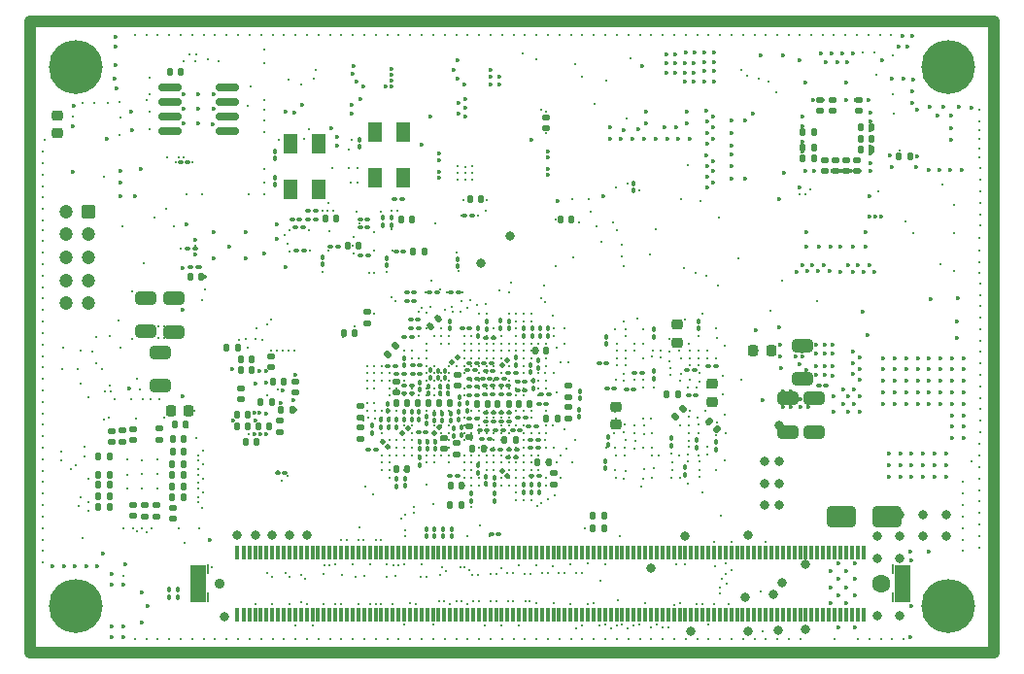
<source format=gbr>
%TF.GenerationSoftware,KiCad,Pcbnew,8.99.0-2767-g6be6680d8c*%
%TF.CreationDate,2024-10-27T19:28:18+01:00*%
%TF.ProjectId,SBC,5342432e-6b69-4636-9164-5f7063625858,rev?*%
%TF.SameCoordinates,Original*%
%TF.FileFunction,Soldermask,Bot*%
%TF.FilePolarity,Negative*%
%FSLAX46Y46*%
G04 Gerber Fmt 4.6, Leading zero omitted, Abs format (unit mm)*
G04 Created by KiCad (PCBNEW 8.99.0-2767-g6be6680d8c) date 2024-10-27 19:28:18*
%MOMM*%
%LPD*%
G01*
G04 APERTURE LIST*
G04 Aperture macros list*
%AMRoundRect*
0 Rectangle with rounded corners*
0 $1 Rounding radius*
0 $2 $3 $4 $5 $6 $7 $8 $9 X,Y pos of 4 corners*
0 Add a 4 corners polygon primitive as box body*
4,1,4,$2,$3,$4,$5,$6,$7,$8,$9,$2,$3,0*
0 Add four circle primitives for the rounded corners*
1,1,$1+$1,$2,$3*
1,1,$1+$1,$4,$5*
1,1,$1+$1,$6,$7*
1,1,$1+$1,$8,$9*
0 Add four rect primitives between the rounded corners*
20,1,$1+$1,$2,$3,$4,$5,0*
20,1,$1+$1,$4,$5,$6,$7,0*
20,1,$1+$1,$6,$7,$8,$9,0*
20,1,$1+$1,$8,$9,$2,$3,0*%
G04 Aperture macros list end*
%ADD10C,1.000000*%
%ADD11RoundRect,0.250000X-0.350000X0.350000X-0.350000X-0.350000X0.350000X-0.350000X0.350000X0.350000X0*%
%ADD12C,1.200000*%
%ADD13C,0.300000*%
%ADD14C,3.100000*%
%ADD15C,4.700000*%
%ADD16RoundRect,0.140000X-0.170000X0.140000X-0.170000X-0.140000X0.170000X-0.140000X0.170000X0.140000X0*%
%ADD17RoundRect,0.100000X0.130000X0.100000X-0.130000X0.100000X-0.130000X-0.100000X0.130000X-0.100000X0*%
%ADD18RoundRect,0.100000X-0.130000X-0.100000X0.130000X-0.100000X0.130000X0.100000X-0.130000X0.100000X0*%
%ADD19RoundRect,0.135000X-0.185000X0.135000X-0.185000X-0.135000X0.185000X-0.135000X0.185000X0.135000X0*%
%ADD20RoundRect,0.140000X0.140000X0.170000X-0.140000X0.170000X-0.140000X-0.170000X0.140000X-0.170000X0*%
%ADD21RoundRect,0.100000X-0.100000X0.130000X-0.100000X-0.130000X0.100000X-0.130000X0.100000X0.130000X0*%
%ADD22RoundRect,0.135000X-0.135000X-0.185000X0.135000X-0.185000X0.135000X0.185000X-0.135000X0.185000X0*%
%ADD23RoundRect,0.100000X0.100000X-0.130000X0.100000X0.130000X-0.100000X0.130000X-0.100000X-0.130000X0*%
%ADD24RoundRect,0.140000X-0.140000X-0.170000X0.140000X-0.170000X0.140000X0.170000X-0.140000X0.170000X0*%
%ADD25C,1.600000*%
%ADD26C,0.900000*%
%ADD27R,1.400000X3.300000*%
%ADD28R,0.250000X0.850000*%
%ADD29R,0.450000X1.200000*%
%ADD30R,0.300000X1.200000*%
%ADD31RoundRect,0.100000X0.021213X0.162635X-0.162635X-0.021213X-0.021213X-0.162635X0.162635X0.021213X0*%
%ADD32RoundRect,0.135000X0.185000X-0.135000X0.185000X0.135000X-0.185000X0.135000X-0.185000X-0.135000X0*%
%ADD33RoundRect,0.140000X0.170000X-0.140000X0.170000X0.140000X-0.170000X0.140000X-0.170000X-0.140000X0*%
%ADD34RoundRect,0.225000X0.225000X0.250000X-0.225000X0.250000X-0.225000X-0.250000X0.225000X-0.250000X0*%
%ADD35RoundRect,0.225000X-0.250000X0.225000X-0.250000X-0.225000X0.250000X-0.225000X0.250000X0.225000X0*%
%ADD36RoundRect,0.135000X0.135000X0.185000X-0.135000X0.185000X-0.135000X-0.185000X0.135000X-0.185000X0*%
%ADD37R,1.200000X1.800000*%
%ADD38RoundRect,0.150000X0.825000X0.150000X-0.825000X0.150000X-0.825000X-0.150000X0.825000X-0.150000X0*%
%ADD39RoundRect,0.250000X-0.650000X0.325000X-0.650000X-0.325000X0.650000X-0.325000X0.650000X0.325000X0*%
%ADD40RoundRect,0.147500X0.147500X0.172500X-0.147500X0.172500X-0.147500X-0.172500X0.147500X-0.172500X0*%
%ADD41RoundRect,0.100000X-0.021213X-0.162635X0.162635X0.021213X0.021213X0.162635X-0.162635X-0.021213X0*%
%ADD42RoundRect,0.140000X0.021213X-0.219203X0.219203X-0.021213X-0.021213X0.219203X-0.219203X0.021213X0*%
%ADD43RoundRect,0.250000X-1.000000X-0.650000X1.000000X-0.650000X1.000000X0.650000X-1.000000X0.650000X0*%
%ADD44RoundRect,0.250000X0.650000X-0.325000X0.650000X0.325000X-0.650000X0.325000X-0.650000X-0.325000X0*%
%ADD45RoundRect,0.135000X0.226274X0.035355X0.035355X0.226274X-0.226274X-0.035355X-0.035355X-0.226274X0*%
%ADD46RoundRect,0.225000X0.250000X-0.225000X0.250000X0.225000X-0.250000X0.225000X-0.250000X-0.225000X0*%
%ADD47RoundRect,0.100000X-0.162635X0.021213X0.021213X-0.162635X0.162635X-0.021213X-0.021213X0.162635X0*%
%ADD48RoundRect,0.135000X0.035355X-0.226274X0.226274X-0.035355X-0.035355X0.226274X-0.226274X0.035355X0*%
%ADD49RoundRect,0.100000X0.162635X-0.021213X-0.021213X0.162635X-0.162635X0.021213X0.021213X-0.162635X0*%
%ADD50RoundRect,0.218750X-0.218750X-0.256250X0.218750X-0.256250X0.218750X0.256250X-0.218750X0.256250X0*%
%ADD51RoundRect,0.147500X0.172500X-0.147500X0.172500X0.147500X-0.172500X0.147500X-0.172500X-0.147500X0*%
%ADD52C,0.800000*%
%ADD53C,0.360000*%
G04 APERTURE END LIST*
D10*
X57565481Y-77545014D02*
X141565481Y-77545014D01*
X141565481Y-132545014D01*
X57565481Y-132545014D01*
X57565481Y-77545014D01*
D11*
%TO.C,J2*%
X62677481Y-94118014D03*
D12*
X60677481Y-94118014D03*
X62677481Y-96118014D03*
X60677481Y-96118014D03*
X62677481Y-98118014D03*
X60677481Y-98118014D03*
X62677481Y-100118014D03*
X60677481Y-100118014D03*
X62677481Y-102118014D03*
X60677481Y-102118014D03*
%TD*%
D13*
%TO.C,U6*%
X68751281Y-105159014D03*
X69251281Y-105159014D03*
X69751281Y-105159014D03*
X68751281Y-104159014D03*
X69251281Y-104159014D03*
X69751281Y-104159014D03*
%TD*%
D14*
%TO.C,H3*%
X61565481Y-81545014D03*
D15*
X61565481Y-81545014D03*
%TD*%
D14*
%TO.C,H1*%
X137565481Y-81545014D03*
D15*
X137565481Y-81545014D03*
%TD*%
D14*
%TO.C,H2*%
X61565481Y-128545014D03*
D15*
X61565481Y-128545014D03*
%TD*%
D14*
%TO.C,H4*%
X137565481Y-128545014D03*
D15*
X137565481Y-128545014D03*
%TD*%
D16*
%TO.C,C166*%
X93665481Y-113869200D03*
X93665481Y-114829200D03*
%TD*%
D17*
%TO.C,C138*%
X71935481Y-97395014D03*
X71295481Y-97395014D03*
%TD*%
%TO.C,C216*%
X97913495Y-112433020D03*
X97273495Y-112433020D03*
%TD*%
D18*
%TO.C,C296*%
X86339081Y-95495214D03*
X86979081Y-95495214D03*
%TD*%
D19*
%TO.C,R37*%
X86320000Y-111080400D03*
X86320000Y-112100400D03*
%TD*%
D20*
%TO.C,C5*%
X125873462Y-88557528D03*
X124913462Y-88557528D03*
%TD*%
D21*
%TO.C,C181*%
X110165481Y-91675014D03*
X110165481Y-92315014D03*
%TD*%
D22*
%TO.C,R63*%
X106610000Y-121730400D03*
X107630000Y-121730400D03*
%TD*%
D18*
%TO.C,C161*%
X98201881Y-108695014D03*
X98841881Y-108695014D03*
%TD*%
D23*
%TO.C,C241*%
X101315481Y-104943790D03*
X101315481Y-104303790D03*
%TD*%
D19*
%TO.C,R74*%
X79343881Y-112358814D03*
X79343881Y-113378814D03*
%TD*%
D24*
%TO.C,C284*%
X77445000Y-112825000D03*
X78405000Y-112825000D03*
%TD*%
D17*
%TO.C,C185*%
X99882281Y-115561214D03*
X99242281Y-115561214D03*
%TD*%
D16*
%TO.C,C10*%
X129643462Y-89627528D03*
X129643462Y-90587528D03*
%TD*%
D23*
%TO.C,C246*%
X92068000Y-112619200D03*
X92068000Y-111979200D03*
%TD*%
%TO.C,C198*%
X99921405Y-107494585D03*
X99921405Y-106854585D03*
%TD*%
D25*
%TO.C,J1*%
X131765481Y-126545014D03*
D26*
X74065481Y-126545014D03*
D27*
X133615481Y-126545014D03*
D28*
X132790481Y-125320014D03*
X132790481Y-127770014D03*
D27*
X72215481Y-126545014D03*
D28*
X73040481Y-125320014D03*
X73040481Y-127770014D03*
D29*
X75590481Y-123845014D03*
D30*
X76165481Y-123845014D03*
X76665481Y-123845014D03*
X77165481Y-123845014D03*
X77665481Y-123845014D03*
X78165481Y-123845014D03*
X78665481Y-123845014D03*
X79165481Y-123845014D03*
X79665481Y-123845014D03*
X80165481Y-123845014D03*
X80665481Y-123845014D03*
X81165481Y-123845014D03*
X81665481Y-123845014D03*
X82165481Y-123845014D03*
X82665481Y-123845014D03*
X83165481Y-123845014D03*
X83665481Y-123845014D03*
X84165481Y-123845014D03*
X84665481Y-123845014D03*
X85165481Y-123845014D03*
X85665481Y-123845014D03*
X86165481Y-123845014D03*
X86665481Y-123845014D03*
X87165481Y-123845014D03*
X87665481Y-123845014D03*
X88165481Y-123845014D03*
X88665481Y-123845014D03*
X89165481Y-123845014D03*
X89665481Y-123845014D03*
X90165481Y-123845014D03*
X90665481Y-123845014D03*
X91165481Y-123845014D03*
X91665481Y-123845014D03*
X92165481Y-123845014D03*
X92665481Y-123845014D03*
X93165481Y-123845014D03*
X93665481Y-123845014D03*
X94165481Y-123845014D03*
X94665481Y-123845014D03*
X95165481Y-123845014D03*
X95665481Y-123845014D03*
X96165481Y-123845014D03*
X96665481Y-123845014D03*
X97165481Y-123845014D03*
X97665481Y-123845014D03*
X98165481Y-123845014D03*
X98665481Y-123845014D03*
X99165481Y-123845014D03*
X99665481Y-123845014D03*
X100165481Y-123845014D03*
X100665481Y-123845014D03*
X101165481Y-123845014D03*
X101665481Y-123845014D03*
X102165481Y-123845014D03*
X102665481Y-123845014D03*
X103165481Y-123845014D03*
X103665481Y-123845014D03*
X104165481Y-123845014D03*
X104665481Y-123845014D03*
X105165481Y-123845014D03*
X105665481Y-123845014D03*
X106165481Y-123845014D03*
X106665481Y-123845014D03*
X107165481Y-123845014D03*
X107665481Y-123845014D03*
X108165481Y-123845014D03*
X108665481Y-123845014D03*
X109165481Y-123845014D03*
X109665481Y-123845014D03*
X110165481Y-123845014D03*
X110665481Y-123845014D03*
X111165481Y-123845014D03*
X111665481Y-123845014D03*
X112165481Y-123845014D03*
X112665481Y-123845014D03*
X113165481Y-123845014D03*
X113665481Y-123845014D03*
X114165481Y-123845014D03*
X114665481Y-123845014D03*
X115165481Y-123845014D03*
X115665481Y-123845014D03*
X116165481Y-123845014D03*
X116665481Y-123845014D03*
X117165481Y-123845014D03*
X117665481Y-123845014D03*
X118165481Y-123845014D03*
X118665481Y-123845014D03*
X119165481Y-123845014D03*
X119665481Y-123845014D03*
X120165481Y-123845014D03*
X120665481Y-123845014D03*
X121165481Y-123845014D03*
X121665481Y-123845014D03*
X122165481Y-123845014D03*
X122665481Y-123845014D03*
X123165481Y-123845014D03*
X123665481Y-123845014D03*
X124165481Y-123845014D03*
X124665481Y-123845014D03*
X125165481Y-123845014D03*
X125665481Y-123845014D03*
X126165481Y-123845014D03*
X126665481Y-123845014D03*
X127165481Y-123845014D03*
X127665481Y-123845014D03*
X128165481Y-123845014D03*
X128665481Y-123845014D03*
X129165481Y-123845014D03*
X129665481Y-123845014D03*
D29*
X130240481Y-123845014D03*
X75590481Y-129245014D03*
D30*
X76165481Y-129245014D03*
X76665481Y-129245014D03*
X77165481Y-129245014D03*
X77665481Y-129245014D03*
X78165481Y-129245014D03*
X78665481Y-129245014D03*
X79165481Y-129245014D03*
X79665481Y-129245014D03*
X80165481Y-129245014D03*
X80665481Y-129245014D03*
X81165481Y-129245014D03*
X81665481Y-129245014D03*
X82165481Y-129245014D03*
X82665481Y-129245014D03*
X83165481Y-129245014D03*
X83665481Y-129245014D03*
X84165481Y-129245014D03*
X84665481Y-129245014D03*
X85165481Y-129245014D03*
X85665481Y-129245014D03*
X86165481Y-129245014D03*
X86665481Y-129245014D03*
X87165481Y-129245014D03*
X87665481Y-129245014D03*
X88165481Y-129245014D03*
X88665481Y-129245014D03*
X89165481Y-129245014D03*
X89665481Y-129245014D03*
X90165481Y-129245014D03*
X90665481Y-129245014D03*
X91165481Y-129245014D03*
X91665481Y-129245014D03*
X92165481Y-129245014D03*
X92665481Y-129245014D03*
X93165481Y-129245014D03*
X93665481Y-129245014D03*
X94165481Y-129245014D03*
X94665481Y-129245014D03*
X95165481Y-129245014D03*
X95665481Y-129245014D03*
X96165481Y-129245014D03*
X96665481Y-129245014D03*
X97165481Y-129245014D03*
X97665481Y-129245014D03*
X98165481Y-129245014D03*
X98665481Y-129245014D03*
X99165481Y-129245014D03*
X99665481Y-129245014D03*
X100165481Y-129245014D03*
X100665481Y-129245014D03*
X101165481Y-129245014D03*
X101665481Y-129245014D03*
X102165481Y-129245014D03*
X102665481Y-129245014D03*
X103165481Y-129245014D03*
X103665481Y-129245014D03*
X104165481Y-129245014D03*
X104665481Y-129245014D03*
X105165481Y-129245014D03*
X105665481Y-129245014D03*
X106165481Y-129245014D03*
X106665481Y-129245014D03*
X107165481Y-129245014D03*
X107665481Y-129245014D03*
X108165481Y-129245014D03*
X108665481Y-129245014D03*
X109165481Y-129245014D03*
X109665481Y-129245014D03*
X110165481Y-129245014D03*
X110665481Y-129245014D03*
X111165481Y-129245014D03*
X111665481Y-129245014D03*
X112165481Y-129245014D03*
X112665481Y-129245014D03*
X113165481Y-129245014D03*
X113665481Y-129245014D03*
X114165481Y-129245014D03*
X114665481Y-129245014D03*
X115165481Y-129245014D03*
X115665481Y-129245014D03*
X116165481Y-129245014D03*
X116665481Y-129245014D03*
X117165481Y-129245014D03*
X117665481Y-129245014D03*
X118165481Y-129245014D03*
X118665481Y-129245014D03*
X119165481Y-129245014D03*
X119665481Y-129245014D03*
X120165481Y-129245014D03*
X120665481Y-129245014D03*
X121165481Y-129245014D03*
X121665481Y-129245014D03*
X122165481Y-129245014D03*
X122665481Y-129245014D03*
X123165481Y-129245014D03*
X123665481Y-129245014D03*
X124165481Y-129245014D03*
X124665481Y-129245014D03*
X125165481Y-129245014D03*
X125665481Y-129245014D03*
X126165481Y-129245014D03*
X126665481Y-129245014D03*
X127165481Y-129245014D03*
X127665481Y-129245014D03*
X128165481Y-129245014D03*
X128665481Y-129245014D03*
X129165481Y-129245014D03*
X129665481Y-129245014D03*
D29*
X130240481Y-129245014D03*
%TD*%
D23*
%TO.C,C208*%
X101167910Y-108138475D03*
X101167910Y-107498475D03*
%TD*%
D31*
%TO.C,C193*%
X90478755Y-113016740D03*
X90026207Y-113469288D03*
%TD*%
D17*
%TO.C,C222*%
X96479681Y-107376614D03*
X95839681Y-107376614D03*
%TD*%
D19*
%TO.C,R38*%
X86920000Y-102845400D03*
X86920000Y-103865400D03*
%TD*%
D20*
%TO.C,C331*%
X70900000Y-116180400D03*
X69940000Y-116180400D03*
%TD*%
D21*
%TO.C,C215*%
X92865481Y-114175014D03*
X92865481Y-114815014D03*
%TD*%
D18*
%TO.C,C211*%
X95855921Y-110113683D03*
X96495921Y-110113683D03*
%TD*%
D17*
%TO.C,C118*%
X91535481Y-107545014D03*
X90895481Y-107545014D03*
%TD*%
D21*
%TO.C,C125*%
X98015481Y-118725014D03*
X98015481Y-119365014D03*
%TD*%
D17*
%TO.C,C227*%
X93015481Y-101135014D03*
X92375481Y-101135014D03*
%TD*%
D18*
%TO.C,C276*%
X71530881Y-99000414D03*
X72170881Y-99000414D03*
%TD*%
D17*
%TO.C,C186*%
X100695430Y-108982430D03*
X100055430Y-108982430D03*
%TD*%
D32*
%TO.C,R97*%
X68547981Y-120715414D03*
X68547981Y-119695414D03*
%TD*%
D23*
%TO.C,C255*%
X105480400Y-110406800D03*
X105480400Y-109766800D03*
%TD*%
D22*
%TO.C,R72*%
X133288462Y-89325028D03*
X134308462Y-89325028D03*
%TD*%
D24*
%TO.C,C213*%
X84885481Y-104695014D03*
X85845481Y-104695014D03*
%TD*%
D33*
%TO.C,C12*%
X129793462Y-85350028D03*
X129793462Y-84390028D03*
%TD*%
D18*
%TO.C,C113*%
X90175481Y-105045014D03*
X90815481Y-105045014D03*
%TD*%
D34*
%TO.C,C29*%
X122140481Y-106245014D03*
X120590481Y-106245014D03*
%TD*%
D23*
%TO.C,C183*%
X94515481Y-113665014D03*
X94515481Y-113025014D03*
%TD*%
D17*
%TO.C,C89*%
X91043081Y-101896014D03*
X90403081Y-101896014D03*
%TD*%
D18*
%TO.C,C209*%
X101285425Y-117212665D03*
X101925425Y-117212665D03*
%TD*%
D24*
%TO.C,C334*%
X63515000Y-115455400D03*
X64475000Y-115455400D03*
%TD*%
D17*
%TO.C,C178*%
X101826365Y-114026235D03*
X101186365Y-114026235D03*
%TD*%
D35*
%TO.C,C256*%
X108637513Y-111151881D03*
X108637513Y-112701881D03*
%TD*%
D18*
%TO.C,C123*%
X89495481Y-108295014D03*
X90135481Y-108295014D03*
%TD*%
D23*
%TO.C,C250*%
X100615481Y-104943790D03*
X100615481Y-104303790D03*
%TD*%
%TO.C,C202*%
X94191800Y-112362632D03*
X94191800Y-111722632D03*
%TD*%
%TO.C,C267*%
X111883000Y-105024200D03*
X111883000Y-104384200D03*
%TD*%
D17*
%TO.C,C90*%
X91043081Y-101159414D03*
X90403081Y-101159414D03*
%TD*%
D21*
%TO.C,C265*%
X114620000Y-116410400D03*
X114620000Y-117050400D03*
%TD*%
D23*
%TO.C,C234*%
X94903000Y-112245014D03*
X94903000Y-111605014D03*
%TD*%
D21*
%TO.C,C190*%
X96015481Y-118700014D03*
X96015481Y-119340014D03*
%TD*%
D23*
%TO.C,C162*%
X90865481Y-112265014D03*
X90865481Y-111625014D03*
%TD*%
D19*
%TO.C,R70*%
X104464400Y-111151600D03*
X104464400Y-112171600D03*
%TD*%
D36*
%TO.C,R75*%
X78609281Y-110735214D03*
X77589281Y-110735214D03*
%TD*%
D17*
%TO.C,C220*%
X96489301Y-112193369D03*
X95849301Y-112193369D03*
%TD*%
%TO.C,C72*%
X98397481Y-122268014D03*
X97757481Y-122268014D03*
%TD*%
D33*
%TO.C,C203*%
X94812400Y-109327600D03*
X94812400Y-108367600D03*
%TD*%
D20*
%TO.C,C159*%
X102547705Y-106274790D03*
X101587705Y-106274790D03*
%TD*%
D21*
%TO.C,R100*%
X70403081Y-127103014D03*
X70403081Y-127743014D03*
%TD*%
D17*
%TO.C,C197*%
X99955481Y-114865014D03*
X99315481Y-114865014D03*
%TD*%
D21*
%TO.C,C117*%
X88115481Y-112300014D03*
X88115481Y-112940014D03*
%TD*%
D17*
%TO.C,C235*%
X90820000Y-109300000D03*
X90180000Y-109300000D03*
%TD*%
D18*
%TO.C,C135*%
X95700481Y-107970014D03*
X96340481Y-107970014D03*
%TD*%
D24*
%TO.C,C281*%
X78720000Y-108930400D03*
X79680000Y-108930400D03*
%TD*%
D23*
%TO.C,C189*%
X102015481Y-104952045D03*
X102015481Y-104312045D03*
%TD*%
D17*
%TO.C,C206*%
X99894695Y-108189414D03*
X99254695Y-108189414D03*
%TD*%
%TO.C,C175*%
X97863965Y-110047325D03*
X97223965Y-110047325D03*
%TD*%
D19*
%TO.C,R71*%
X104464400Y-109272000D03*
X104464400Y-110292000D03*
%TD*%
D16*
%TO.C,C285*%
X75920000Y-109550400D03*
X75920000Y-110510400D03*
%TD*%
D21*
%TO.C,R99*%
X69691881Y-127103014D03*
X69691881Y-127743014D03*
%TD*%
D18*
%TO.C,C128*%
X94145481Y-117195014D03*
X94785481Y-117195014D03*
%TD*%
D21*
%TO.C,C299*%
X89046681Y-94682414D03*
X89046681Y-95322414D03*
%TD*%
D17*
%TO.C,C237*%
X92038000Y-113374200D03*
X91398000Y-113374200D03*
%TD*%
D21*
%TO.C,C177*%
X101250460Y-117957560D03*
X101250460Y-118597560D03*
%TD*%
D17*
%TO.C,C248*%
X100695430Y-109684105D03*
X100055430Y-109684105D03*
%TD*%
D16*
%TO.C,C7*%
X126793462Y-89627528D03*
X126793462Y-90587528D03*
%TD*%
D37*
%TO.C,Y4*%
X80277481Y-92212014D03*
X80277481Y-88212014D03*
X82677481Y-88212014D03*
X82677481Y-92212014D03*
%TD*%
D18*
%TO.C,C304*%
X80801881Y-97527214D03*
X81441881Y-97527214D03*
%TD*%
D33*
%TO.C,C134*%
X95865481Y-113825014D03*
X95865481Y-112865014D03*
%TD*%
D21*
%TO.C,C233*%
X92769400Y-111724400D03*
X92769400Y-112364400D03*
%TD*%
D20*
%TO.C,C6*%
X125873462Y-89507528D03*
X124913462Y-89507528D03*
%TD*%
D23*
%TO.C,C151*%
X90165481Y-112265014D03*
X90165481Y-111625014D03*
%TD*%
D37*
%TO.C,Y3*%
X87643481Y-91196014D03*
X87643481Y-87196014D03*
X90043481Y-87196014D03*
X90043481Y-91196014D03*
%TD*%
D24*
%TO.C,C275*%
X71497481Y-99838614D03*
X72457481Y-99838614D03*
%TD*%
D21*
%TO.C,C201*%
X94815481Y-98275014D03*
X94815481Y-98915014D03*
%TD*%
D38*
%TO.C,U18*%
X74727481Y-83268014D03*
X74727481Y-84538014D03*
X74727481Y-85808014D03*
X74727481Y-87078014D03*
X69777481Y-87078014D03*
X69777481Y-85808014D03*
X69777481Y-84538014D03*
X69777481Y-83268014D03*
%TD*%
D23*
%TO.C,C306*%
X83052281Y-98726014D03*
X83052281Y-98086014D03*
%TD*%
D21*
%TO.C,C214*%
X91535800Y-109004800D03*
X91535800Y-109644800D03*
%TD*%
D24*
%TO.C,C283*%
X79450000Y-111425000D03*
X80410000Y-111425000D03*
%TD*%
D33*
%TO.C,C2*%
X127493462Y-85350028D03*
X127493462Y-84390028D03*
%TD*%
D20*
%TO.C,C324*%
X70950000Y-113980400D03*
X69990000Y-113980400D03*
%TD*%
D39*
%TO.C,C42*%
X125893462Y-110395028D03*
X125893462Y-113345028D03*
%TD*%
D18*
%TO.C,C187*%
X97134000Y-107369000D03*
X97774000Y-107369000D03*
%TD*%
D17*
%TO.C,C303*%
X84388281Y-97222414D03*
X83748281Y-97222414D03*
%TD*%
D21*
%TO.C,C140*%
X91515481Y-115575014D03*
X91515481Y-116215014D03*
%TD*%
D20*
%TO.C,C321*%
X71100000Y-112692900D03*
X70140000Y-112692900D03*
%TD*%
D21*
%TO.C,C115*%
X87370281Y-112777414D03*
X87370281Y-113417414D03*
%TD*%
D24*
%TO.C,C13*%
X129913462Y-88707528D03*
X130873462Y-88707528D03*
%TD*%
D23*
%TO.C,C300*%
X88640281Y-98812414D03*
X88640281Y-98172414D03*
%TD*%
D17*
%TO.C,C308*%
X82457881Y-94072814D03*
X81817881Y-94072814D03*
%TD*%
D23*
%TO.C,C263*%
X107670000Y-116525400D03*
X107670000Y-115885400D03*
%TD*%
D18*
%TO.C,C305*%
X86339081Y-94784014D03*
X86979081Y-94784014D03*
%TD*%
D21*
%TO.C,C94*%
X94279081Y-121819814D03*
X94279081Y-122459814D03*
%TD*%
D18*
%TO.C,C298*%
X80395481Y-94784014D03*
X81035481Y-94784014D03*
%TD*%
D40*
%TO.C,FB6*%
X84248481Y-94733214D03*
X83278481Y-94733214D03*
%TD*%
D24*
%TO.C,C330*%
X63515000Y-118980400D03*
X64475000Y-118980400D03*
%TD*%
D20*
%TO.C,C191*%
X92273683Y-110847139D03*
X91313683Y-110847139D03*
%TD*%
D21*
%TO.C,C116*%
X89515481Y-112275014D03*
X89515481Y-112915014D03*
%TD*%
D41*
%TO.C,C196*%
X92789207Y-113421288D03*
X93241755Y-112968740D03*
%TD*%
D42*
%TO.C,C171*%
X92466470Y-104165825D03*
X93145292Y-103487003D03*
%TD*%
D20*
%TO.C,C336*%
X70950000Y-115080400D03*
X69990000Y-115080400D03*
%TD*%
D41*
%TO.C,C139*%
X94339207Y-107296288D03*
X94791755Y-106843740D03*
%TD*%
D21*
%TO.C,C180*%
X95684181Y-110840157D03*
X95684181Y-111480157D03*
%TD*%
D23*
%TO.C,C253*%
X113415481Y-114515014D03*
X113415481Y-113875014D03*
%TD*%
%TO.C,C172*%
X95115481Y-113615014D03*
X95115481Y-112975014D03*
%TD*%
D17*
%TO.C,C217*%
X99292080Y-111698325D03*
X98652080Y-111698325D03*
%TD*%
D43*
%TO.C,D1*%
X128246481Y-120762414D03*
X132246481Y-120762414D03*
%TD*%
D33*
%TO.C,C155*%
X102515481Y-86875014D03*
X102515481Y-85915014D03*
%TD*%
D23*
%TO.C,C254*%
X105378800Y-112032400D03*
X105378800Y-111392400D03*
%TD*%
D33*
%TO.C,C333*%
X66520000Y-120665414D03*
X66520000Y-119705414D03*
%TD*%
D16*
%TO.C,C329*%
X65620000Y-113212900D03*
X65620000Y-114172900D03*
%TD*%
D39*
%TO.C,C68*%
X68929881Y-106390014D03*
X68929881Y-109340014D03*
%TD*%
D17*
%TO.C,FB2*%
X97648081Y-108722814D03*
X97008081Y-108722814D03*
%TD*%
D18*
%TO.C,C238*%
X98635570Y-110063835D03*
X99275570Y-110063835D03*
%TD*%
D21*
%TO.C,C93*%
X93567881Y-121819814D03*
X93567881Y-122459814D03*
%TD*%
D24*
%TO.C,C156*%
X98326980Y-110881080D03*
X99286980Y-110881080D03*
%TD*%
D21*
%TO.C,R57*%
X96565000Y-104331200D03*
X96565000Y-104971200D03*
%TD*%
D23*
%TO.C,C219*%
X102715481Y-104952045D03*
X102715481Y-104312045D03*
%TD*%
D20*
%TO.C,C280*%
X76530000Y-111875000D03*
X75570000Y-111875000D03*
%TD*%
D21*
%TO.C,C92*%
X92780481Y-121819814D03*
X92780481Y-122459814D03*
%TD*%
D33*
%TO.C,C15*%
X126368462Y-85380028D03*
X126368462Y-84420028D03*
%TD*%
D23*
%TO.C,C146*%
X89515481Y-118065014D03*
X89515481Y-117425014D03*
%TD*%
D17*
%TO.C,C221*%
X97385175Y-113208990D03*
X96745175Y-113208990D03*
%TD*%
D33*
%TO.C,C326*%
X69970000Y-120910400D03*
X69970000Y-119950400D03*
%TD*%
D21*
%TO.C,C153*%
X97377800Y-103747000D03*
X97377800Y-104387000D03*
%TD*%
D16*
%TO.C,C319*%
X64670000Y-113250400D03*
X64670000Y-114210400D03*
%TD*%
D17*
%TO.C,C231*%
X101834620Y-114723014D03*
X101194620Y-114723014D03*
%TD*%
D18*
%TO.C,C232*%
X88745481Y-107570014D03*
X89385481Y-107570014D03*
%TD*%
D36*
%TO.C,R35*%
X103528281Y-112136614D03*
X102508281Y-112136614D03*
%TD*%
D16*
%TO.C,C152*%
X94715481Y-114315014D03*
X94715481Y-115275014D03*
%TD*%
D23*
%TO.C,C264*%
X115673000Y-114694200D03*
X115673000Y-114054200D03*
%TD*%
D24*
%TO.C,C169*%
X100151335Y-110917414D03*
X101111335Y-110917414D03*
%TD*%
D32*
%TO.C,R39*%
X86320000Y-113950400D03*
X86320000Y-112930400D03*
%TD*%
D44*
%TO.C,C44*%
X124878462Y-108745028D03*
X124878462Y-105795028D03*
%TD*%
D18*
%TO.C,C88*%
X101909200Y-110950400D03*
X102549200Y-110950400D03*
%TD*%
D21*
%TO.C,C121*%
X88690481Y-110875014D03*
X88690481Y-111515014D03*
%TD*%
D23*
%TO.C,C225*%
X93999600Y-110000400D03*
X93999600Y-109360400D03*
%TD*%
D20*
%TO.C,C332*%
X70900000Y-118080400D03*
X69940000Y-118080400D03*
%TD*%
D21*
%TO.C,C91*%
X92069281Y-121819814D03*
X92069281Y-122459814D03*
%TD*%
D18*
%TO.C,C228*%
X98660335Y-112424765D03*
X99300335Y-112424765D03*
%TD*%
D24*
%TO.C,C286*%
X76370000Y-114225000D03*
X77330000Y-114225000D03*
%TD*%
D18*
%TO.C,C294*%
X86389881Y-97984414D03*
X87029881Y-97984414D03*
%TD*%
D22*
%TO.C,R64*%
X113032863Y-110064729D03*
X114052863Y-110064729D03*
%TD*%
D17*
%TO.C,C242*%
X96479681Y-108672014D03*
X95839681Y-108672014D03*
%TD*%
D21*
%TO.C,C204*%
X93741052Y-108000546D03*
X93741052Y-108640546D03*
%TD*%
D36*
%TO.C,R73*%
X75680000Y-105992900D03*
X74660000Y-105992900D03*
%TD*%
D20*
%TO.C,C131*%
X104745481Y-94845014D03*
X103785481Y-94845014D03*
%TD*%
%TO.C,C335*%
X70900000Y-117130400D03*
X69940000Y-117130400D03*
%TD*%
D24*
%TO.C,C179*%
X93189481Y-110864632D03*
X94149481Y-110864632D03*
%TD*%
D21*
%TO.C,C218*%
X101416400Y-108903200D03*
X101416400Y-109543200D03*
%TD*%
D18*
%TO.C,C240*%
X101037775Y-112821005D03*
X101677775Y-112821005D03*
%TD*%
D23*
%TO.C,C262*%
X107765481Y-105665014D03*
X107765481Y-105025014D03*
%TD*%
D21*
%TO.C,C269*%
X117370000Y-114210400D03*
X117370000Y-114850400D03*
%TD*%
D39*
%TO.C,C37*%
X123593462Y-110395028D03*
X123593462Y-113345028D03*
%TD*%
D18*
%TO.C,C260*%
X109543000Y-109614200D03*
X110183000Y-109614200D03*
%TD*%
D45*
%TO.C,R34*%
X117430624Y-113141024D03*
X116709376Y-112419776D03*
%TD*%
D23*
%TO.C,C126*%
X90165481Y-107540014D03*
X90165481Y-106900014D03*
%TD*%
D16*
%TO.C,C9*%
X128693462Y-89627528D03*
X128693462Y-90587528D03*
%TD*%
D46*
%TO.C,C257*%
X113989400Y-105553200D03*
X113989400Y-104003200D03*
%TD*%
D24*
%TO.C,C277*%
X75945000Y-107925000D03*
X76905000Y-107925000D03*
%TD*%
D17*
%TO.C,C295*%
X90113481Y-97578014D03*
X89473481Y-97578014D03*
%TD*%
%TO.C,C271*%
X117303000Y-107624200D03*
X116663000Y-107624200D03*
%TD*%
%TO.C,C244*%
X90830000Y-110002538D03*
X90190000Y-110002538D03*
%TD*%
D39*
%TO.C,C67*%
X70098281Y-101665614D03*
X70098281Y-104615614D03*
%TD*%
D24*
%TO.C,C158*%
X101789481Y-116023945D03*
X102749481Y-116023945D03*
%TD*%
D23*
%TO.C,C302*%
X78937481Y-91802014D03*
X78937481Y-91162014D03*
%TD*%
D17*
%TO.C,C114*%
X91385481Y-103545014D03*
X90745481Y-103545014D03*
%TD*%
D23*
%TO.C,C210*%
X94951837Y-110927400D03*
X94951837Y-110287400D03*
%TD*%
D18*
%TO.C,C293*%
X89310881Y-93006014D03*
X89950881Y-93006014D03*
%TD*%
D23*
%TO.C,C226*%
X91472481Y-112238014D03*
X91472481Y-111598014D03*
%TD*%
D46*
%TO.C,C268*%
X117020000Y-110705400D03*
X117020000Y-109155400D03*
%TD*%
D47*
%TO.C,C147*%
X98675607Y-116731940D03*
X99128155Y-117184488D03*
%TD*%
D21*
%TO.C,C120*%
X88815481Y-112275014D03*
X88815481Y-112915014D03*
%TD*%
%TO.C,C251*%
X93480600Y-111725742D03*
X93480600Y-112365742D03*
%TD*%
D23*
%TO.C,C136*%
X98565481Y-104273414D03*
X98565481Y-103633414D03*
%TD*%
D18*
%TO.C,C168*%
X97905481Y-114875014D03*
X98545481Y-114875014D03*
%TD*%
D17*
%TO.C,C137*%
X87695481Y-114905014D03*
X87055481Y-114905014D03*
%TD*%
D36*
%TO.C,R41*%
X95180000Y-119692900D03*
X94160000Y-119692900D03*
%TD*%
D18*
%TO.C,C124*%
X90895481Y-108270014D03*
X91535481Y-108270014D03*
%TD*%
D20*
%TO.C,C4*%
X125873462Y-87207528D03*
X124913462Y-87207528D03*
%TD*%
D21*
%TO.C,C249*%
X101869585Y-107118745D03*
X101869585Y-107758745D03*
%TD*%
D48*
%TO.C,R40*%
X88720000Y-106580400D03*
X89441248Y-105859152D03*
%TD*%
D18*
%TO.C,C230*%
X100071940Y-112127585D03*
X100711940Y-112127585D03*
%TD*%
D24*
%TO.C,C338*%
X63515000Y-117970400D03*
X64475000Y-117970400D03*
%TD*%
D21*
%TO.C,C272*%
X107918881Y-113808614D03*
X107918881Y-114448614D03*
%TD*%
D40*
%TO.C,FB4*%
X90875481Y-94799214D03*
X89905481Y-94799214D03*
%TD*%
D24*
%TO.C,C130*%
X96124800Y-114787600D03*
X97084800Y-114787600D03*
%TD*%
D21*
%TO.C,C188*%
X100548785Y-117957560D03*
X100548785Y-118597560D03*
%TD*%
D23*
%TO.C,C266*%
X111933000Y-108704200D03*
X111933000Y-108064200D03*
%TD*%
D21*
%TO.C,C148*%
X96590481Y-116275014D03*
X96590481Y-116915014D03*
%TD*%
D24*
%TO.C,C3*%
X129913462Y-86807528D03*
X130873462Y-86807528D03*
%TD*%
D23*
%TO.C,C245*%
X92265481Y-110015014D03*
X92265481Y-109375014D03*
%TD*%
D17*
%TO.C,C309*%
X82457881Y-94784014D03*
X81817881Y-94784014D03*
%TD*%
%TO.C,C252*%
X96085481Y-94495014D03*
X95445481Y-94495014D03*
%TD*%
D21*
%TO.C,C184*%
X92215481Y-114175014D03*
X92215481Y-114815014D03*
%TD*%
D18*
%TO.C,C243*%
X95828870Y-109378670D03*
X96468870Y-109378670D03*
%TD*%
%TO.C,C259*%
X114963000Y-110124200D03*
X115603000Y-110124200D03*
%TD*%
D17*
%TO.C,C239*%
X100274425Y-113225500D03*
X99634425Y-113225500D03*
%TD*%
D33*
%TO.C,C170*%
X103158481Y-117903014D03*
X103158481Y-116943014D03*
%TD*%
D24*
%TO.C,C141*%
X94210481Y-118020014D03*
X95170481Y-118020014D03*
%TD*%
%TO.C,C339*%
X63515000Y-119905400D03*
X64475000Y-119905400D03*
%TD*%
D18*
%TO.C,C258*%
X107833000Y-109514200D03*
X108473000Y-109514200D03*
%TD*%
D24*
%TO.C,C311*%
X69767481Y-81968014D03*
X70727481Y-81968014D03*
%TD*%
D17*
%TO.C,C144*%
X79775481Y-116946014D03*
X79135481Y-116946014D03*
%TD*%
D18*
%TO.C,C274*%
X110233000Y-108169814D03*
X110873000Y-108169814D03*
%TD*%
%TO.C,C207*%
X97273495Y-111706580D03*
X97913495Y-111706580D03*
%TD*%
%TO.C,C223*%
X95225481Y-104335014D03*
X95865481Y-104335014D03*
%TD*%
D23*
%TO.C,C129*%
X90255481Y-118055014D03*
X90255481Y-117415014D03*
%TD*%
D18*
%TO.C,C270*%
X107143000Y-107384200D03*
X107783000Y-107384200D03*
%TD*%
D16*
%TO.C,C337*%
X68824519Y-113050400D03*
X68824519Y-114010400D03*
%TD*%
D18*
%TO.C,C307*%
X80700281Y-95495214D03*
X81340281Y-95495214D03*
%TD*%
D35*
%TO.C,C290*%
X59965481Y-85745014D03*
X59965481Y-87295014D03*
%TD*%
D18*
%TO.C,C199*%
X102112400Y-110036000D03*
X102752400Y-110036000D03*
%TD*%
D17*
%TO.C,R56*%
X97941600Y-105159200D03*
X97301600Y-105159200D03*
%TD*%
D21*
%TO.C,C165*%
X99265481Y-103690400D03*
X99265481Y-104330400D03*
%TD*%
D16*
%TO.C,C8*%
X127743462Y-89627528D03*
X127743462Y-90587528D03*
%TD*%
D20*
%TO.C,C194*%
X90426706Y-110837857D03*
X89466706Y-110837857D03*
%TD*%
D23*
%TO.C,C205*%
X91515481Y-114815014D03*
X91515481Y-114175014D03*
%TD*%
D32*
%TO.C,R98*%
X67547981Y-120715414D03*
X67547981Y-119695414D03*
%TD*%
D18*
%TO.C,C164*%
X96959805Y-113968450D03*
X97599805Y-113968450D03*
%TD*%
D21*
%TO.C,C127*%
X98065481Y-117325014D03*
X98065481Y-117965014D03*
%TD*%
D17*
%TO.C,C145*%
X71295481Y-89835014D03*
X70655481Y-89835014D03*
%TD*%
D20*
%TO.C,C167*%
X97446115Y-110914100D03*
X96486115Y-110914100D03*
%TD*%
D17*
%TO.C,C229*%
X99259060Y-109329140D03*
X98619060Y-109329140D03*
%TD*%
%TO.C,C122*%
X91410481Y-104295014D03*
X90770481Y-104295014D03*
%TD*%
D24*
%TO.C,C323*%
X63515000Y-117050400D03*
X64475000Y-117050400D03*
%TD*%
D18*
%TO.C,C132*%
X97235600Y-108054800D03*
X97875600Y-108054800D03*
%TD*%
D24*
%TO.C,C11*%
X129913462Y-87807528D03*
X130873462Y-87807528D03*
%TD*%
D18*
%TO.C,C176*%
X97190945Y-109329140D03*
X97830945Y-109329140D03*
%TD*%
D20*
%TO.C,C157*%
X99856575Y-114042745D03*
X98896575Y-114042745D03*
%TD*%
D18*
%TO.C,C273*%
X114833000Y-107934200D03*
X115473000Y-107934200D03*
%TD*%
D23*
%TO.C,C182*%
X94126681Y-104340014D03*
X94126681Y-103700014D03*
%TD*%
D18*
%TO.C,C48*%
X126273462Y-109270028D03*
X126913462Y-109270028D03*
%TD*%
D21*
%TO.C,C224*%
X93288400Y-109378119D03*
X93288400Y-110018119D03*
%TD*%
D23*
%TO.C,C292*%
X86237881Y-88500014D03*
X86237881Y-87860014D03*
%TD*%
D49*
%TO.C,C143*%
X88741755Y-114646288D03*
X88289207Y-114193740D03*
%TD*%
D20*
%TO.C,C325*%
X70900000Y-119030400D03*
X69940000Y-119030400D03*
%TD*%
D50*
%TO.C,FB7*%
X69832500Y-111492900D03*
X71407500Y-111492900D03*
%TD*%
D23*
%TO.C,C301*%
X78937481Y-89516014D03*
X78937481Y-88876014D03*
%TD*%
D24*
%TO.C,C279*%
X75920000Y-106975000D03*
X76880000Y-106975000D03*
%TD*%
D17*
%TO.C,C247*%
X98801891Y-113213067D03*
X98161891Y-113213067D03*
%TD*%
D20*
%TO.C,C174*%
X96845481Y-93045014D03*
X95885481Y-93045014D03*
%TD*%
D33*
%TO.C,C278*%
X78600000Y-107705000D03*
X78600000Y-106745000D03*
%TD*%
D22*
%TO.C,R62*%
X106610000Y-120630400D03*
X107630000Y-120630400D03*
%TD*%
D21*
%TO.C,C297*%
X88335481Y-94682414D03*
X88335481Y-95322414D03*
%TD*%
D41*
%TO.C,C154*%
X98675526Y-107519074D03*
X99128074Y-107066526D03*
%TD*%
D20*
%TO.C,C142*%
X90425481Y-116545014D03*
X89465481Y-116545014D03*
%TD*%
D23*
%TO.C,C200*%
X101968645Y-118597560D03*
X101968645Y-117957560D03*
%TD*%
D16*
%TO.C,C327*%
X66520000Y-113075400D03*
X66520000Y-114035400D03*
%TD*%
D21*
%TO.C,C236*%
X92445481Y-107985014D03*
X92445481Y-108625014D03*
%TD*%
D23*
%TO.C,C119*%
X97290481Y-117865014D03*
X97290481Y-117225014D03*
%TD*%
D40*
%TO.C,FB3*%
X91919281Y-97578014D03*
X90949281Y-97578014D03*
%TD*%
D17*
%TO.C,C192*%
X94885481Y-101145014D03*
X94245481Y-101145014D03*
%TD*%
D21*
%TO.C,C195*%
X93085200Y-107988800D03*
X93085200Y-108628800D03*
%TD*%
D39*
%TO.C,C71*%
X67659881Y-101640214D03*
X67659881Y-104590214D03*
%TD*%
D20*
%TO.C,C282*%
X76530000Y-112825000D03*
X75570000Y-112825000D03*
%TD*%
D48*
%TO.C,R65*%
X113746386Y-112039795D03*
X114467634Y-111318547D03*
%TD*%
D21*
%TO.C,C261*%
X115803000Y-103684200D03*
X115803000Y-104324200D03*
%TD*%
D33*
%TO.C,C287*%
X80650000Y-109905000D03*
X80650000Y-108945000D03*
%TD*%
D40*
%TO.C,FB5*%
X86178881Y-97120814D03*
X85208881Y-97120814D03*
%TD*%
D51*
%TO.C,FB1*%
X89450000Y-109925000D03*
X89450000Y-108955000D03*
%TD*%
D52*
X122880481Y-112736014D03*
D13*
X77977481Y-81218014D03*
X140318681Y-120409414D03*
X58693462Y-96720028D03*
X114895000Y-110101400D03*
D53*
X128885481Y-98766014D03*
X116543462Y-92057528D03*
D13*
X79125481Y-116746014D03*
D53*
X102650481Y-88857014D03*
X65120000Y-83430400D03*
D13*
X68620000Y-115692900D03*
D53*
X64970216Y-82503204D03*
D13*
X96020000Y-108880400D03*
X104693462Y-78720028D03*
D53*
X129893462Y-110220028D03*
D13*
X72685081Y-131376614D03*
X58683081Y-92902214D03*
X140343462Y-108370028D03*
D53*
X126443462Y-80370028D03*
D13*
X58693462Y-101720028D03*
X92770000Y-112780400D03*
D52*
X114665481Y-122457014D03*
D53*
X79090181Y-95269314D03*
D13*
X71693462Y-78720028D03*
X62120000Y-84630400D03*
X83611081Y-95876214D03*
X97165481Y-130179514D03*
X111776400Y-106730000D03*
X72300000Y-121712900D03*
X140343462Y-104370028D03*
D53*
X130193462Y-99420028D03*
D13*
X117435000Y-105148400D03*
X65377481Y-84618014D03*
D53*
X79832321Y-85458099D03*
X134818462Y-90225028D03*
D13*
X140318681Y-114409414D03*
X89520000Y-111480400D03*
X103495000Y-105955400D03*
X91470000Y-107580400D03*
X101220000Y-104980400D03*
D52*
X125165481Y-124900514D03*
D13*
X78600000Y-106225000D03*
D52*
X137365481Y-120520028D03*
D13*
X100570000Y-108880400D03*
X90043481Y-91196014D03*
X113420000Y-113980400D03*
D53*
X59515481Y-125070014D03*
X135870000Y-90470400D03*
D13*
X113420000Y-115230400D03*
X113670000Y-128430900D03*
X96020000Y-116030400D03*
D53*
X85728981Y-81410014D03*
D13*
X140318681Y-117409414D03*
X99270000Y-110180400D03*
X140318681Y-122409414D03*
X92120000Y-108230400D03*
X140343462Y-101415014D03*
X140320000Y-85230400D03*
X129693462Y-131370028D03*
X82677481Y-92212014D03*
X140320000Y-89430400D03*
X79600000Y-106225000D03*
X58693462Y-97720028D03*
X88693462Y-131370028D03*
X99270000Y-111480400D03*
X76777481Y-83218014D03*
X106165481Y-128346014D03*
X67320000Y-118292900D03*
X96020000Y-107580400D03*
D53*
X72202481Y-83873014D03*
X135890481Y-123770014D03*
X67249481Y-90392014D03*
D13*
X65227481Y-103668014D03*
D52*
X122880481Y-119721014D03*
D53*
X129243462Y-99420028D03*
D13*
X90693462Y-78720028D03*
D53*
X70932481Y-85143014D03*
X64715481Y-125720014D03*
D13*
X97320000Y-113430400D03*
X58683081Y-93902214D03*
X91693462Y-78720028D03*
X66020000Y-115692900D03*
X138843462Y-120720028D03*
X97320000Y-109530400D03*
X132749481Y-80475014D03*
X92871481Y-95198014D03*
X58693462Y-122720028D03*
X58693462Y-98720028D03*
X122693462Y-78720028D03*
D53*
X85565481Y-84830900D03*
D13*
X99465481Y-100345014D03*
X77977481Y-85218014D03*
X97320000Y-112130400D03*
X58693462Y-117720028D03*
X86693462Y-131370028D03*
D53*
X124855962Y-98820028D03*
X134436481Y-78782014D03*
D52*
X137365481Y-122395014D03*
D13*
X65720000Y-121730400D03*
X114133000Y-105529400D03*
X80693462Y-131370028D03*
X111920000Y-116530400D03*
X110196000Y-109593400D03*
X95365481Y-93095014D03*
X140320000Y-86230400D03*
X100165481Y-130179514D03*
D53*
X128343462Y-80370028D03*
D13*
X65444481Y-85905014D03*
X92120000Y-117930400D03*
X116693462Y-131370028D03*
D53*
X64715481Y-131245014D03*
D52*
X111665481Y-125233014D03*
D13*
X88220000Y-114080400D03*
D53*
X137160191Y-84971449D03*
D13*
X123693462Y-78720028D03*
X95693462Y-78720028D03*
D53*
X64986726Y-81372269D03*
D13*
X87693462Y-131370028D03*
X131693462Y-131370028D03*
X109149481Y-98001014D03*
X58693462Y-120720028D03*
X101220000Y-103680400D03*
D53*
X67790481Y-128545014D03*
D13*
X127693462Y-131370028D03*
X90820000Y-114080400D03*
X115784000Y-107561400D03*
X106191681Y-124832214D03*
X92770000Y-108230400D03*
D52*
X115165481Y-130745014D03*
D53*
X117043462Y-90607528D03*
X124878462Y-106733429D03*
D13*
X85565481Y-87860014D03*
D53*
X136825000Y-90470400D03*
D13*
X96020000Y-104330400D03*
X138843462Y-121720028D03*
X119693462Y-131370028D03*
X133840481Y-94970014D03*
X58683081Y-90902214D03*
X90170000Y-106930400D03*
X107665481Y-130146014D03*
D53*
X128893462Y-110220028D03*
D13*
X101930500Y-113435280D03*
D53*
X85982981Y-82807014D03*
D13*
X81985481Y-97501814D03*
X63153481Y-84666014D03*
X101870000Y-108880400D03*
X99270000Y-114730400D03*
X108545000Y-109466400D03*
D53*
X72227481Y-85168014D03*
D13*
X129621481Y-78747814D03*
D53*
X127393462Y-80370028D03*
D13*
X132693462Y-131370028D03*
X130693462Y-131370028D03*
X68620000Y-116992900D03*
X92762384Y-104976717D03*
X140343462Y-107370028D03*
X114903881Y-115866014D03*
X140343462Y-112370028D03*
X85693462Y-78720028D03*
X90163035Y-124848460D03*
D53*
X85677481Y-82118014D03*
D13*
X102520000Y-116030400D03*
X114937279Y-105665169D03*
X103143681Y-103230400D03*
D52*
X131365481Y-129395014D03*
D13*
X125621481Y-78747814D03*
X77944481Y-92635014D03*
X118693462Y-131370028D03*
D53*
X117043462Y-87757528D03*
D13*
X114693462Y-78720028D03*
X87165481Y-124846014D03*
X89122881Y-97501814D03*
X79693462Y-78720028D03*
D53*
X126255962Y-99320028D03*
D13*
X102720000Y-119230400D03*
X89520000Y-117330400D03*
X72577481Y-92618014D03*
D52*
X123093462Y-126470028D03*
D13*
X108672000Y-107561400D03*
D53*
X73472481Y-86540014D03*
D13*
X140343462Y-105370028D03*
X58693462Y-107720028D03*
X87420000Y-118780400D03*
X99920000Y-107580400D03*
X117693462Y-78720028D03*
D53*
X91697981Y-88268014D03*
D13*
X103693462Y-131370028D03*
X85846281Y-104131214D03*
X140343462Y-90370028D03*
X109693462Y-131370028D03*
X98665481Y-125230014D03*
D52*
X99358481Y-96223014D03*
D13*
X67320000Y-115792900D03*
X69412481Y-93895014D03*
X140320000Y-88630400D03*
X96670000Y-117330400D03*
D53*
X77100000Y-113525000D03*
X124878462Y-105896627D03*
D13*
X72693462Y-78720028D03*
X94070000Y-114730400D03*
X140318681Y-123409414D03*
D53*
X65690481Y-126695014D03*
X129893462Y-106820028D03*
D13*
X117165481Y-122946014D03*
D53*
X93221981Y-89030014D03*
D13*
X92120000Y-112130400D03*
X91470000Y-104330400D03*
X97320000Y-111480400D03*
X95370000Y-109530400D03*
X140343462Y-92370028D03*
X109327626Y-103711393D03*
D53*
X131818462Y-80965028D03*
D13*
X103165481Y-128290514D03*
D53*
X101253481Y-87841014D03*
X126893462Y-81070028D03*
D13*
X102076286Y-85275614D03*
X115670000Y-114080400D03*
D52*
X121610481Y-115911014D03*
D13*
X96693462Y-131370028D03*
X117611081Y-94613814D03*
X89693462Y-78720028D03*
D53*
X64715481Y-130270014D03*
D13*
X96020000Y-110180400D03*
D53*
X61313481Y-86699014D03*
X124893462Y-106320028D03*
D13*
X97320000Y-114730400D03*
X117420000Y-112480400D03*
X121665481Y-122946014D03*
D53*
X131205962Y-94570028D03*
D13*
X68693462Y-78720028D03*
D53*
X122927481Y-106768014D03*
D13*
X110255681Y-112792614D03*
D53*
X128655962Y-82920028D03*
D13*
X58693462Y-95720028D03*
X71177481Y-92618014D03*
X114265481Y-93065014D03*
X94865481Y-99295014D03*
X92693462Y-131370028D03*
X86770000Y-118080400D03*
X66020000Y-117092900D03*
D53*
X134847962Y-89325028D03*
D13*
X99920000Y-105630400D03*
X86693462Y-78720028D03*
X115770000Y-112130400D03*
D53*
X124243462Y-106720028D03*
D13*
X90170000Y-108880400D03*
X109470000Y-114030400D03*
X99270000Y-108880400D03*
X104915481Y-98096014D03*
D53*
X70932481Y-86413014D03*
D13*
X107805481Y-82745014D03*
D53*
X132622481Y-82507014D03*
X73527281Y-98187614D03*
D13*
X99270000Y-117980400D03*
X58693462Y-102720028D03*
X80277481Y-88212014D03*
D53*
X130693462Y-98770028D03*
D13*
X81883881Y-95749214D03*
D53*
X84339551Y-88405134D03*
D13*
X130138591Y-80221514D03*
D53*
X128793462Y-81070028D03*
X75251687Y-112374401D03*
X127893462Y-81070028D03*
D13*
X58693462Y-116720028D03*
X106714481Y-84784014D03*
X107783000Y-105021400D03*
X91665481Y-124846014D03*
X119315481Y-98195014D03*
D53*
X129393462Y-109620028D03*
D13*
X105030562Y-81272095D03*
X140343462Y-100415014D03*
X97970000Y-114080400D03*
D53*
X107476481Y-92774514D03*
X135971471Y-84971449D03*
D13*
X97970000Y-113430400D03*
X79100000Y-106225000D03*
X113371000Y-107815400D03*
X92665481Y-130141495D03*
X58693462Y-112720028D03*
D53*
X131143462Y-99420028D03*
D13*
X87570000Y-103030400D03*
D53*
X66377481Y-85418014D03*
D13*
X95370000Y-110180400D03*
X89693462Y-131370028D03*
D53*
X117043462Y-89707528D03*
D13*
X117370000Y-113630400D03*
X103320000Y-118830400D03*
X104693462Y-131370028D03*
X95693462Y-131370028D03*
D53*
X138720000Y-90470400D03*
D52*
X125165481Y-130516014D03*
D13*
X116546000Y-109466400D03*
D53*
X129693462Y-98770028D03*
X134265481Y-131245014D03*
D52*
X133365481Y-129395014D03*
D53*
X93221981Y-89665014D03*
X124355962Y-99370028D03*
D13*
X124693462Y-131370028D03*
X95265481Y-101145014D03*
D53*
X95472286Y-84285014D03*
D13*
X92025481Y-101145014D03*
X140318681Y-121409414D03*
X86165481Y-128346014D03*
X116673000Y-107688400D03*
X87665481Y-128335014D03*
X88870000Y-112780400D03*
X100570000Y-103680400D03*
X58693462Y-99720028D03*
D52*
X133365481Y-122395014D03*
D13*
X94070000Y-110180400D03*
X82477481Y-81818014D03*
X76693462Y-131370028D03*
X94165481Y-128369014D03*
D53*
X65003236Y-79779054D03*
D13*
X58683081Y-91902214D03*
D52*
X122880481Y-117816014D03*
D13*
X123693462Y-131370028D03*
X104665481Y-128346014D03*
D53*
X125755962Y-98820028D03*
D13*
X100175481Y-124965014D03*
D53*
X76402681Y-95936814D03*
X72202481Y-86413014D03*
D13*
X113693462Y-131370028D03*
X77165481Y-128346014D03*
D52*
X122783992Y-130606543D03*
D13*
X140343462Y-93370028D03*
X58835481Y-87841014D03*
D53*
X92436481Y-85855014D03*
X129893462Y-107820028D03*
D13*
X58693462Y-100720028D03*
X117693462Y-131370028D03*
X105693462Y-78720028D03*
X140343462Y-110370028D03*
D53*
X65882500Y-124890400D03*
X94903481Y-84666014D03*
D13*
X103155481Y-125016014D03*
X138843462Y-119720028D03*
X70685081Y-131376614D03*
X83693462Y-131370028D03*
X99270000Y-117330400D03*
X93693462Y-131370028D03*
X140343462Y-102370028D03*
X105376567Y-95098792D03*
D53*
X73599481Y-83873014D03*
D13*
X100570000Y-113430400D03*
X100693462Y-131370028D03*
X94693462Y-131370028D03*
X140265481Y-98545014D03*
X120693462Y-131370028D03*
X58693462Y-119720028D03*
X101220000Y-118630400D03*
D53*
X139611926Y-85053999D03*
X126755962Y-98820028D03*
D13*
X116665481Y-130146014D03*
X109590481Y-86045014D03*
D53*
X138505756Y-85020979D03*
D13*
X138843462Y-123720028D03*
D53*
X129893462Y-108820028D03*
D13*
X58693462Y-109720028D03*
X94070000Y-112780400D03*
D53*
X117043462Y-85857528D03*
D13*
X83693462Y-78720028D03*
X67458329Y-98660965D03*
X108672000Y-106291400D03*
D53*
X86315481Y-84331014D03*
X133615481Y-78782014D03*
D13*
X68620000Y-118292900D03*
X107665481Y-124845014D03*
D53*
X120565481Y-85577528D03*
D13*
X94693462Y-78720028D03*
X140343462Y-113370028D03*
X87693462Y-78720028D03*
X58693462Y-103720028D03*
D52*
X135365481Y-122395014D03*
D13*
X77977481Y-91618014D03*
D52*
X131365481Y-120520028D03*
D13*
X101665481Y-128290514D03*
D53*
X102650481Y-89365014D03*
X116543462Y-91107528D03*
X116493462Y-89207528D03*
D13*
X109265481Y-98918014D03*
X120693462Y-78720028D03*
D53*
X64715481Y-126695014D03*
D13*
X75693462Y-131370028D03*
D53*
X67315481Y-127345014D03*
X77546846Y-108071846D03*
D13*
X102520000Y-114730400D03*
X140318681Y-116409414D03*
D53*
X84323041Y-87629164D03*
D13*
X92490481Y-100151014D03*
X77693462Y-78720028D03*
X82693462Y-131370028D03*
X98693462Y-131370028D03*
X92120000Y-114730400D03*
X81693462Y-78720028D03*
X131621481Y-78747814D03*
D53*
X65003236Y-78887514D03*
X117043462Y-86757528D03*
D13*
X109645481Y-91727028D03*
X115784000Y-103624400D03*
X75693462Y-78720028D03*
X97693462Y-131370028D03*
X140318681Y-119409414D03*
X108693462Y-131370028D03*
D53*
X128185481Y-99416014D03*
D13*
X108693462Y-78720028D03*
X62640000Y-110292900D03*
D53*
X94903481Y-85555014D03*
D13*
X93420000Y-110180400D03*
X67320000Y-116992900D03*
X87573481Y-97502314D03*
X86920000Y-103680400D03*
X140343462Y-103370028D03*
D53*
X134315481Y-128495014D03*
X102650481Y-90889014D03*
D13*
X94070000Y-108230400D03*
D53*
X132505962Y-89220028D03*
D13*
X110693462Y-131370028D03*
X140343462Y-109370028D03*
X101693462Y-131370028D03*
X88250981Y-111492900D03*
D53*
X61313481Y-90699014D03*
D13*
X102693462Y-131370028D03*
D53*
X63415481Y-125070014D03*
X128893462Y-111570028D03*
D52*
X121610481Y-119721014D03*
D53*
X123255962Y-90720028D03*
X65427481Y-92768014D03*
D13*
X64320000Y-84630400D03*
X97320000Y-110180400D03*
D53*
X134265481Y-123770014D03*
X86565481Y-83188014D03*
X137780000Y-90470400D03*
X73552681Y-95936814D03*
X124893462Y-105470028D03*
X67315481Y-129945014D03*
D13*
X91470000Y-114080400D03*
X90820000Y-111480400D03*
D52*
X96808481Y-98623014D03*
D13*
X73693462Y-78720028D03*
D53*
X116543462Y-88207528D03*
D13*
X96565481Y-94495014D03*
X90170000Y-104980400D03*
X97970000Y-104330400D03*
X108626800Y-112216400D03*
D53*
X70932481Y-83873014D03*
D13*
X77977481Y-87218014D03*
X111855881Y-105020214D03*
X90170000Y-106280400D03*
X115055481Y-111486014D03*
X78693462Y-131370028D03*
D53*
X121193462Y-80497528D03*
X134465962Y-84630028D03*
X134465962Y-83680028D03*
X76402681Y-98236814D03*
D13*
X78665481Y-128346014D03*
D53*
X129893462Y-111570028D03*
D13*
X115870000Y-115917273D03*
X99693462Y-78720028D03*
X138065481Y-96045014D03*
D53*
X81252181Y-84789444D03*
D13*
X66693462Y-78720028D03*
D53*
X94456286Y-81821214D03*
D52*
X135365481Y-120520028D03*
D53*
X130755962Y-94570028D03*
D13*
X140343462Y-111370028D03*
D53*
X121365481Y-110570014D03*
D13*
X58693462Y-114720028D03*
D53*
X95472286Y-85809014D03*
D13*
X140265481Y-99445014D03*
X138843462Y-122720028D03*
X103693462Y-78720028D03*
X88665481Y-124846014D03*
D53*
X65427481Y-90568014D03*
D13*
X92770000Y-114730400D03*
X67693462Y-78720028D03*
D53*
X62440481Y-125070014D03*
D13*
X70693462Y-78720028D03*
X69693462Y-78720028D03*
X115693462Y-78720028D03*
X83165481Y-128346014D03*
X101220000Y-117330400D03*
X105693462Y-131370028D03*
X112693462Y-78720028D03*
D53*
X124643462Y-92050028D03*
D13*
X61970281Y-106264814D03*
X99270000Y-112130400D03*
X74693462Y-78720028D03*
X66020000Y-118292900D03*
X93420000Y-108230400D03*
D52*
X119855481Y-127755014D03*
X133365481Y-124395014D03*
X75590481Y-122345014D03*
D13*
X98693462Y-78720028D03*
D53*
X66417481Y-87018014D03*
D13*
X92770000Y-107580400D03*
D53*
X83794721Y-86869704D03*
D13*
X92120000Y-106930400D03*
X76619481Y-92635014D03*
D53*
X133290481Y-79713014D03*
D13*
X99270000Y-103030400D03*
X67685081Y-131376614D03*
X96670000Y-114730400D03*
D52*
X74523872Y-129442223D03*
D13*
X106693462Y-131370028D03*
X108620000Y-115430400D03*
X89046681Y-95698414D03*
D53*
X122865353Y-104250528D03*
D13*
X58693462Y-104720028D03*
D53*
X116543462Y-87257528D03*
D13*
X83560281Y-97501814D03*
X88870000Y-109530400D03*
X111847000Y-107942400D03*
X107620000Y-116380400D03*
X111565481Y-97845014D03*
X122693462Y-131370028D03*
X60420000Y-106018462D03*
D53*
X85601981Y-85601014D03*
D13*
X136865481Y-98745014D03*
X140343462Y-94370028D03*
X116693462Y-78720028D03*
X93420000Y-114730400D03*
X120955481Y-106235014D03*
X113693462Y-78720028D03*
D52*
X120165481Y-130745014D03*
D13*
X93420000Y-112780400D03*
X114693462Y-131370028D03*
X100570000Y-109530400D03*
X101220000Y-112130400D03*
X99693462Y-131370028D03*
D53*
X80567016Y-85474609D03*
D13*
X89520000Y-107580400D03*
D53*
X128393462Y-109620028D03*
X131705962Y-94570028D03*
D13*
X98665481Y-130195014D03*
D53*
X72400881Y-99000414D03*
D13*
X68685081Y-131376614D03*
D52*
X80165481Y-122345014D03*
D13*
X99270000Y-103680400D03*
D53*
X73242500Y-122730400D03*
X65690481Y-131245014D03*
D13*
X97970000Y-114730400D03*
X100693462Y-78720028D03*
X65377481Y-87418014D03*
X140343462Y-106370028D03*
X109165481Y-130146014D03*
X101693462Y-78720028D03*
X96020000Y-112780400D03*
X77977481Y-80018014D03*
X117434996Y-108958400D03*
X97970000Y-107580400D03*
X92120000Y-111480400D03*
D52*
X133365481Y-120520028D03*
D53*
X116493462Y-85357528D03*
D13*
X112165481Y-130146014D03*
X139643462Y-115870028D03*
X97970000Y-117330400D03*
D53*
X74952681Y-97174314D03*
X63920000Y-123952900D03*
X61375481Y-84920014D03*
D13*
X83539924Y-93381971D03*
X130621481Y-78747814D03*
D53*
X134493826Y-82618774D03*
D13*
X58693462Y-110720028D03*
D53*
X65427481Y-91618014D03*
D13*
X100570000Y-116680400D03*
X101220000Y-107580400D03*
X80588481Y-106214014D03*
X95370000Y-117980400D03*
D52*
X121610481Y-117816014D03*
D13*
X99920000Y-114080400D03*
X99270000Y-115380400D03*
D53*
X79620000Y-109730400D03*
D13*
X90693462Y-131370028D03*
X102693462Y-78720028D03*
D52*
X131365481Y-124395014D03*
D13*
X131138591Y-80221514D03*
X140320000Y-87830400D03*
D53*
X116543462Y-90157528D03*
D13*
X58693462Y-115720028D03*
D53*
X72831281Y-99838614D03*
D13*
X140343462Y-95370028D03*
D53*
X127593462Y-110220028D03*
D13*
X107693462Y-78720028D03*
D53*
X78100000Y-113525000D03*
D13*
X84665481Y-128346014D03*
X91693462Y-131370028D03*
D53*
X125305962Y-99320028D03*
D13*
X82693462Y-78720028D03*
X58683081Y-88902214D03*
X99920000Y-116680400D03*
D53*
X122880000Y-93030400D03*
D13*
X109693462Y-78720028D03*
X111693462Y-78720028D03*
D53*
X102650481Y-90381014D03*
D13*
X117308000Y-106926400D03*
X69685081Y-131376614D03*
D53*
X129293462Y-80370028D03*
D13*
X121693462Y-78720028D03*
X126621481Y-78747814D03*
X128621481Y-78747814D03*
D53*
X93221981Y-91189014D03*
D52*
X122295481Y-127475014D03*
D13*
X88693462Y-78720028D03*
X121693462Y-131370028D03*
X87497281Y-95901614D03*
X85665481Y-124846014D03*
X102520000Y-111480400D03*
X100570000Y-118630400D03*
X77693462Y-131370028D03*
X93693462Y-78720028D03*
X109149481Y-97051014D03*
X61248481Y-85809014D03*
X140318681Y-115409414D03*
X91470000Y-108230400D03*
D53*
X129293462Y-107320028D03*
D13*
X140320000Y-87030400D03*
X133693462Y-131370028D03*
D53*
X116543462Y-86307528D03*
D13*
X102515481Y-85445014D03*
X70245481Y-89835014D03*
X77977481Y-84418014D03*
X80693462Y-78720028D03*
X70657081Y-97374814D03*
X124621481Y-78747814D03*
X107693462Y-131370028D03*
X101665481Y-124946014D03*
D52*
X81665481Y-122345014D03*
D13*
X66450000Y-101120000D03*
X138843462Y-117720028D03*
D53*
X94837286Y-80932214D03*
D13*
X127621481Y-78747814D03*
X111693462Y-131370028D03*
D52*
X131365481Y-122395014D03*
D53*
X80700000Y-111425000D03*
D13*
X78693462Y-78720028D03*
X138065481Y-93545014D03*
X76693462Y-78720028D03*
X107275000Y-107307400D03*
X93477481Y-125143014D03*
X89520000Y-112780400D03*
D53*
X70885681Y-110201814D03*
X93221981Y-90681014D03*
D13*
X79693462Y-131370028D03*
X71685081Y-131376614D03*
X140265481Y-97545014D03*
X84693462Y-131370028D03*
D52*
X122880481Y-115911014D03*
D13*
X58693462Y-113720028D03*
X97693462Y-78720028D03*
X115693462Y-131370028D03*
X90170000Y-111480400D03*
D53*
X133638481Y-82507014D03*
D13*
X58693462Y-121720028D03*
D53*
X129293462Y-108320028D03*
D13*
X140318681Y-118409414D03*
X113303000Y-106374200D03*
X132621481Y-78747814D03*
X110204881Y-105655214D03*
X110665481Y-130146014D03*
D53*
X134365481Y-124545014D03*
D13*
X91470000Y-113430400D03*
X58683081Y-94902214D03*
X95052481Y-125168014D03*
X112693462Y-131370028D03*
X58683081Y-89902214D03*
X92120000Y-107580400D03*
D52*
X77165481Y-122345014D03*
D13*
X58693462Y-111720028D03*
X106693462Y-78720028D03*
X96693462Y-78720028D03*
X92120000Y-110180400D03*
X90165481Y-130125514D03*
D53*
X94837286Y-82583214D03*
D13*
X115657000Y-109466400D03*
D53*
X129293462Y-106320028D03*
D13*
X81665481Y-128346014D03*
X110196000Y-108196400D03*
X110693462Y-78720028D03*
X62945000Y-106308462D03*
D53*
X134019481Y-79713014D03*
D13*
X58693462Y-124720028D03*
D53*
X127205962Y-99320028D03*
D13*
X90170000Y-110180400D03*
D53*
X60490481Y-125070014D03*
D13*
X119693462Y-78720028D03*
X95665481Y-128345014D03*
X80080481Y-106214014D03*
D53*
X73599481Y-85143014D03*
D13*
X58693462Y-123720028D03*
X116420000Y-111530400D03*
D53*
X117043462Y-91607528D03*
D13*
X58693462Y-108720028D03*
X111720000Y-113480400D03*
D53*
X65690481Y-130270014D03*
D13*
X99270000Y-108230400D03*
X99270000Y-112780400D03*
X58693462Y-105720028D03*
D53*
X80650000Y-108375000D03*
D13*
X71062500Y-123040400D03*
X80165481Y-128346014D03*
X95370000Y-112780400D03*
D53*
X103539481Y-93241014D03*
D13*
X84693462Y-78720028D03*
X118693462Y-78720028D03*
X99270000Y-109530400D03*
X111770000Y-114680400D03*
X84165481Y-124846014D03*
D53*
X134893462Y-85277528D03*
D13*
X104665481Y-124919514D03*
D52*
X78665481Y-122345014D03*
D13*
X92693462Y-78720028D03*
X138843462Y-118720028D03*
X117534881Y-100582814D03*
X97320000Y-112780400D03*
X66685081Y-131376614D03*
X77977481Y-90418014D03*
X100570000Y-112130400D03*
X103377481Y-98918014D03*
D53*
X64262481Y-87829014D03*
X129393462Y-110870028D03*
D13*
X74685081Y-131376614D03*
X81693462Y-131370028D03*
X65470000Y-106018462D03*
D52*
X120165481Y-122345014D03*
D13*
X73685081Y-131376614D03*
D53*
X66677481Y-92768014D03*
X95472286Y-85047014D03*
D13*
X108470000Y-113480400D03*
X91470000Y-111480400D03*
X117320000Y-114780400D03*
D53*
X61465481Y-125070014D03*
D13*
X140265481Y-96445014D03*
X95370000Y-108230400D03*
D53*
X95411481Y-83015014D03*
D13*
X58693462Y-118720028D03*
X58693462Y-106720028D03*
X118665481Y-122946014D03*
X77977481Y-86218014D03*
X85693462Y-131370028D03*
D53*
X128393462Y-110870028D03*
D13*
X140343462Y-91370028D03*
X72185800Y-119455400D03*
X72186800Y-119005400D03*
X67320000Y-121730400D03*
X66920000Y-122030400D03*
X72186800Y-118255400D03*
X72186800Y-117805400D03*
X97970898Y-108878794D03*
X72186800Y-117055400D03*
X72186800Y-116605400D03*
X72186800Y-115855400D03*
X72186800Y-115405400D03*
D53*
X122328462Y-106270028D03*
D13*
X126165481Y-101945014D03*
X114865481Y-90045014D03*
D53*
X115420981Y-82803014D03*
X137393462Y-116245028D03*
X133918462Y-108895028D03*
X128693462Y-84407528D03*
X134918462Y-110895028D03*
X115420981Y-82003014D03*
X136918462Y-109895028D03*
X133918462Y-106895028D03*
X131918462Y-109895028D03*
X127493462Y-90557528D03*
X130843462Y-85470028D03*
X129493462Y-84407528D03*
X115420981Y-81203014D03*
X138918462Y-112895028D03*
X133393462Y-117245028D03*
X137918462Y-113895028D03*
X137918462Y-110895028D03*
X138918462Y-111895028D03*
X130843462Y-90557528D03*
X134393462Y-116245028D03*
X124893462Y-89670028D03*
X138918462Y-113895028D03*
X113820981Y-81203014D03*
X132918462Y-110895028D03*
X117156481Y-82775014D03*
X123193462Y-80497528D03*
X135918462Y-106895028D03*
X127638838Y-84403766D03*
X135918462Y-107895028D03*
X133918462Y-109895028D03*
X133393462Y-115245028D03*
X138918462Y-109895028D03*
X132393462Y-115245028D03*
X136918462Y-107895028D03*
X116356481Y-81075014D03*
X134918462Y-106895028D03*
X131918462Y-107895028D03*
X135393462Y-117245028D03*
X130843462Y-87057528D03*
X117156481Y-80275014D03*
X122893462Y-105770028D03*
X113820981Y-82003014D03*
X131918462Y-108895028D03*
X136918462Y-110895028D03*
X136393462Y-117245028D03*
X116356481Y-81875014D03*
X113020981Y-80403014D03*
X115467481Y-80275014D03*
X113020981Y-82003014D03*
X137918462Y-109895028D03*
X124893462Y-88070028D03*
D13*
X117765481Y-120645014D03*
D53*
X136918462Y-108895028D03*
X136393462Y-116245028D03*
X131918462Y-110895028D03*
X130843462Y-87670028D03*
X135393462Y-116245028D03*
X129893462Y-90557528D03*
X125793462Y-84420028D03*
X124893462Y-87357528D03*
D13*
X121915481Y-82820014D03*
D53*
X138918462Y-107895028D03*
X114620981Y-81203014D03*
X137918462Y-107895028D03*
X113020981Y-81203014D03*
X134393462Y-115245028D03*
X137918462Y-112895028D03*
X129093462Y-90557528D03*
X117156481Y-81075014D03*
X131918462Y-106895028D03*
X137393462Y-117245028D03*
X137918462Y-108895028D03*
X116356481Y-82775014D03*
D13*
X99270000Y-107580400D03*
D53*
X132393462Y-116245028D03*
X116356481Y-80275014D03*
X117156481Y-81875014D03*
X130840643Y-89870028D03*
X124893462Y-85870028D03*
X114620981Y-82803014D03*
X114705481Y-80275014D03*
D13*
X137065481Y-91745014D03*
D53*
X134918462Y-108895028D03*
X135393462Y-115245028D03*
X120833500Y-104463796D03*
X126693462Y-84407528D03*
D13*
X101703767Y-80847014D03*
D53*
X136393462Y-115245028D03*
X128293462Y-90557528D03*
X126693462Y-90553941D03*
X132918462Y-108895028D03*
X138918462Y-108895028D03*
X135918462Y-110895028D03*
X135918462Y-109895028D03*
X130840643Y-89070028D03*
X136918462Y-106895028D03*
X137393462Y-115245028D03*
X132393462Y-117245028D03*
D13*
X108715481Y-95745014D03*
D53*
X134918462Y-107895028D03*
X133918462Y-107895028D03*
X134393462Y-117245028D03*
X124893462Y-86670028D03*
X130643462Y-84407528D03*
X132918462Y-109895028D03*
D13*
X109915481Y-80795014D03*
D53*
X124893462Y-88870028D03*
X133918462Y-110895028D03*
X125893462Y-90557528D03*
X137918462Y-111895028D03*
X132918462Y-106895028D03*
X138918462Y-110895028D03*
X137918462Y-106895028D03*
X135918462Y-108895028D03*
X130843462Y-86270028D03*
X134918462Y-109895028D03*
X113820981Y-80403014D03*
X130840643Y-88470028D03*
X133393462Y-116245028D03*
X114620981Y-82003014D03*
X125093462Y-90557528D03*
X132918462Y-107895028D03*
X138918462Y-106895028D03*
D13*
X132749481Y-83895014D03*
X121260000Y-127220000D03*
X89520000Y-114730400D03*
X106665481Y-128268014D03*
X89520000Y-114080400D03*
X107165481Y-130243014D03*
X108665481Y-130243014D03*
X72790681Y-100918014D03*
X86027481Y-94168014D03*
X79777481Y-96168014D03*
X90820000Y-115380400D03*
X72537481Y-101818014D03*
X80027481Y-96918014D03*
X108165481Y-130431014D03*
X73404983Y-125168014D03*
X85767481Y-96378014D03*
X90170000Y-115380400D03*
X109665481Y-130431014D03*
X90820000Y-114730400D03*
X110165481Y-130243014D03*
X90170000Y-114080400D03*
X95450344Y-125143014D03*
X92770000Y-116030400D03*
X96612550Y-125807945D03*
X93420000Y-115380400D03*
X88870000Y-115380400D03*
X87165481Y-128346014D03*
X86664800Y-125907800D03*
X83132981Y-125762514D03*
X88220000Y-115380400D03*
X84165481Y-128346014D03*
X72649566Y-116134784D03*
X71320000Y-112942900D03*
X71845000Y-111492900D03*
X72670481Y-117415414D03*
X72562081Y-119930014D03*
X81556777Y-126147177D03*
X81203223Y-125793623D03*
X80186777Y-125987177D03*
X79833223Y-125633623D03*
X78263223Y-125633623D03*
X64002281Y-112233814D03*
X61690881Y-107865014D03*
X72070000Y-113830400D03*
X61952556Y-109139557D03*
X60344681Y-107890414D03*
X85938081Y-126009400D03*
X84718800Y-125780800D03*
X105165481Y-130431014D03*
X88220000Y-116030400D03*
X118120000Y-105830400D03*
X100570000Y-112780400D03*
X101220000Y-117980400D03*
X109320000Y-117430400D03*
D53*
X128193462Y-97157528D03*
D13*
X114207000Y-117353000D03*
X113445000Y-117302200D03*
X118120000Y-111830400D03*
D53*
X129243462Y-97157528D03*
D13*
X105087698Y-114076115D03*
X111974000Y-108831400D03*
X115784000Y-104386400D03*
X100570000Y-104330400D03*
X115657000Y-110101400D03*
X101870000Y-110180400D03*
X112487600Y-106831600D03*
X101220000Y-114080400D03*
X101870000Y-116030400D03*
X109434000Y-107561400D03*
X101220000Y-106280400D03*
X114133000Y-106291400D03*
X99920000Y-112130400D03*
X107745100Y-116001529D03*
X111720000Y-117330400D03*
X113370000Y-114430400D03*
X112338481Y-115383414D03*
X117920000Y-110030400D03*
X108630000Y-108791400D03*
X113548400Y-115979600D03*
X111847000Y-104386400D03*
X101220000Y-108880400D03*
X118120000Y-115830400D03*
X114260000Y-104259400D03*
X101870000Y-106280400D03*
X113323912Y-108404900D03*
X101220000Y-108230400D03*
X100570000Y-117980400D03*
X107783000Y-105656400D03*
X110789081Y-118101214D03*
X99920000Y-110180400D03*
X110303200Y-114096000D03*
X109434000Y-104386400D03*
X101220000Y-104330400D03*
X102459381Y-108190191D03*
X110477481Y-103488014D03*
X101220000Y-114730400D03*
X109434000Y-109593400D03*
X115680200Y-114660600D03*
D53*
X130343462Y-95957528D03*
X130343462Y-97157528D03*
D13*
X113244000Y-107180400D03*
X101220000Y-116030400D03*
X99920000Y-111480400D03*
X112482000Y-106291400D03*
D53*
X132648462Y-90220028D03*
D13*
X107783000Y-109593400D03*
X115870000Y-117288414D03*
X118155481Y-113415014D03*
X115784000Y-106926400D03*
X117920000Y-108430400D03*
X108566581Y-111573414D03*
X99920000Y-119280400D03*
X111717800Y-115371800D03*
X103495000Y-116030400D03*
X108525200Y-114705600D03*
X117356600Y-116692600D03*
X99920000Y-117330400D03*
X116188200Y-118572200D03*
X100570000Y-117330400D03*
X99920000Y-117980400D03*
X116594600Y-115270200D03*
X114969000Y-114660600D03*
X100570000Y-114730400D03*
X99920000Y-116030400D03*
X116543800Y-114660600D03*
X100570000Y-115380400D03*
X114912426Y-117855069D03*
X133318800Y-88801600D03*
X113244000Y-105275400D03*
X100570000Y-108230400D03*
X100570000Y-107580400D03*
X114260000Y-106926400D03*
X114672000Y-103580400D03*
X100570000Y-106930400D03*
X116546000Y-106926400D03*
X99920000Y-106280400D03*
D53*
X75211268Y-107875000D03*
D13*
X117339000Y-104342400D03*
X99920000Y-104980400D03*
X99920000Y-104330400D03*
X116546000Y-106291400D03*
X99920000Y-103680400D03*
X110958000Y-106926400D03*
X100570000Y-103030400D03*
X110958000Y-105656400D03*
X100570000Y-119280400D03*
X111032000Y-116540200D03*
X110963600Y-117429200D03*
X101220000Y-119280400D03*
X101220000Y-116680400D03*
X115832600Y-115371800D03*
X100570000Y-116030400D03*
X115870000Y-116679472D03*
X100570000Y-110180400D03*
X101220000Y-106930400D03*
X115022000Y-106926400D03*
X100570000Y-106280400D03*
X115784000Y-105021400D03*
X101220000Y-105630400D03*
X115784000Y-106291400D03*
X100570000Y-105630400D03*
X116170000Y-103030400D03*
X110958000Y-104386400D03*
X101220000Y-103030400D03*
X101761000Y-119791400D03*
X110193800Y-114762200D03*
X102116600Y-119537400D03*
X109417100Y-115394300D03*
X114918200Y-115321000D03*
X101870000Y-116680400D03*
X90926281Y-97578014D03*
X85746234Y-97799378D03*
X101220000Y-113430400D03*
X111065200Y-112775200D03*
X101870000Y-109530400D03*
X110958000Y-109466400D03*
X101870000Y-105630400D03*
X115022000Y-106291400D03*
X102398564Y-101979764D03*
X109434000Y-106291400D03*
X110196000Y-106291400D03*
X102087436Y-101668636D03*
X103820000Y-117330400D03*
X108626800Y-117347200D03*
X102520000Y-117330400D03*
X109439600Y-116788400D03*
X104795000Y-116030400D03*
X109388800Y-114756400D03*
X90170000Y-114730400D03*
X120020000Y-82330400D03*
X110220000Y-113455400D03*
X102449290Y-114080400D03*
X111014400Y-112165600D03*
X102520000Y-112780400D03*
X102520000Y-108880400D03*
X109307000Y-108323400D03*
X104470000Y-107255400D03*
X114260000Y-108323400D03*
X102520000Y-105630400D03*
X108672000Y-106926400D03*
X109434000Y-105021400D03*
X103170000Y-104980400D03*
X108672000Y-105656400D03*
X103170000Y-104330400D03*
X108576000Y-116686800D03*
X102520000Y-117980400D03*
X102520000Y-109530400D03*
X109338000Y-108863600D03*
X103495000Y-109855400D03*
X111921000Y-109428200D03*
X102520000Y-107580400D03*
X115911000Y-108958400D03*
X109434000Y-106926400D03*
X104145000Y-105630400D03*
X108545000Y-104386400D03*
X104145000Y-104330400D03*
X91637481Y-126000614D03*
X88671400Y-125949814D03*
X105665481Y-130243014D03*
X89520000Y-115380400D03*
X89520000Y-109530400D03*
D53*
X130090000Y-102880000D03*
X126793462Y-106470028D03*
X138430000Y-101700000D03*
X127493462Y-108420028D03*
X127493462Y-106520028D03*
X126793462Y-108370028D03*
X126093462Y-105720028D03*
X126793462Y-105720028D03*
X138310000Y-105140000D03*
X126093462Y-108370028D03*
X138350000Y-103720000D03*
X126093462Y-106470028D03*
X127493462Y-107620028D03*
X130580000Y-104870000D03*
X136010000Y-101780000D03*
X126093462Y-107570028D03*
X127493462Y-105770028D03*
X126793462Y-107570028D03*
D13*
X92110200Y-125984000D03*
X98165481Y-125685014D03*
X89911304Y-120894191D03*
X86920000Y-111479900D03*
X94710481Y-128108814D03*
X89408000Y-125857000D03*
X88165481Y-128346014D03*
X88220000Y-116680400D03*
X95120481Y-128108814D03*
X89426658Y-101920391D03*
X99620481Y-128108814D03*
X91165481Y-128346014D03*
X88870000Y-117330400D03*
X100570000Y-111480400D03*
X89073104Y-101566837D03*
X99210481Y-128108814D03*
X99165481Y-125665014D03*
X86578131Y-112323939D03*
X86920000Y-103030400D03*
X86396521Y-112744944D03*
D53*
X71952481Y-96587414D03*
D13*
X90820000Y-106930400D03*
X95970708Y-119859514D03*
X90820000Y-106280400D03*
D53*
X77980181Y-97809314D03*
D13*
X88220000Y-108230400D03*
X91470000Y-106930400D03*
D53*
X79848162Y-98984314D03*
X71952745Y-97865013D03*
D13*
X91470000Y-104980400D03*
X91720000Y-102540400D03*
X100710481Y-128108814D03*
D53*
X79090181Y-96539314D03*
D13*
X92120000Y-106280400D03*
X88870000Y-116030400D03*
X90652481Y-128293014D03*
X92120000Y-105630400D03*
D53*
X71200054Y-95283419D03*
D13*
X89165481Y-128359400D03*
X88870000Y-116680400D03*
X118165481Y-124775014D03*
X93420000Y-105630400D03*
X93420000Y-104980400D03*
X118435481Y-128325014D03*
D53*
X77565881Y-111675014D03*
D13*
X93420000Y-104330400D03*
X93695037Y-102708970D03*
D53*
X78100000Y-111725000D03*
D13*
X118204481Y-125685014D03*
X94070000Y-105630400D03*
X100665481Y-125685014D03*
X101165481Y-125685014D03*
X82165481Y-130212014D03*
X95817593Y-125377659D03*
X92770000Y-115380400D03*
X94070000Y-104980400D03*
X117665481Y-127435014D03*
X94326250Y-102436650D03*
X77197492Y-105197161D03*
X76520000Y-106030400D03*
X94395000Y-102855400D03*
X94720000Y-107580400D03*
X61817881Y-119830400D03*
X61944881Y-119030400D03*
X95420000Y-106930400D03*
X95370000Y-105630400D03*
X118265481Y-126546014D03*
X102165481Y-125665014D03*
X94070000Y-116030400D03*
X111652481Y-130393014D03*
X111165481Y-128246014D03*
X94070000Y-115380400D03*
X95370000Y-116680400D03*
X113202481Y-130418014D03*
X117665481Y-126946014D03*
X95370000Y-104980400D03*
X76397481Y-105198014D03*
X95175984Y-101932397D03*
X77835142Y-105285527D03*
X95045000Y-102894909D03*
X95370000Y-107580400D03*
X64434081Y-112106814D03*
X95370000Y-106280400D03*
X61106681Y-116577214D03*
X98620000Y-115380400D03*
X95370000Y-115380400D03*
X112677481Y-130418014D03*
X113865481Y-124846014D03*
X95370000Y-117330400D03*
X116165481Y-128346014D03*
X96020000Y-105630400D03*
X118665481Y-125346014D03*
X117865481Y-126146014D03*
X96020000Y-104980400D03*
X77286481Y-104309014D03*
X95958100Y-101884987D03*
X95695000Y-102525014D03*
X75762481Y-105295400D03*
X96020000Y-106930400D03*
X61563881Y-116221614D03*
X60265000Y-115030400D03*
X96020000Y-106280400D03*
X104165481Y-125655014D03*
X114665481Y-124846014D03*
X96020000Y-116680400D03*
X117165481Y-128346014D03*
X60265000Y-115840614D03*
X96670000Y-106280400D03*
X117265481Y-125046014D03*
X96670000Y-105630400D03*
X96670000Y-104980400D03*
X96670000Y-103030400D03*
X79120000Y-109630400D03*
X78261481Y-103928014D03*
X96470000Y-102292900D03*
X97320000Y-116680400D03*
X70127481Y-95418014D03*
X62282500Y-114630400D03*
X96670000Y-106930400D03*
X97320000Y-106280400D03*
X64916681Y-110506614D03*
X114185481Y-128266014D03*
X96020000Y-115380400D03*
X66480000Y-105248814D03*
X97320000Y-105630400D03*
X97320000Y-104980400D03*
X96670000Y-104330400D03*
X97320000Y-103008014D03*
X78220000Y-110130400D03*
X78556481Y-103547014D03*
X97314135Y-102200971D03*
X97970000Y-116680400D03*
X97320000Y-115380400D03*
X68377481Y-94668014D03*
X66339081Y-110506614D03*
X97320000Y-106930400D03*
X97970000Y-106280400D03*
X68091681Y-110481214D03*
X67380481Y-110481214D03*
X97970000Y-105630400D03*
X97970000Y-104980400D03*
X97970000Y-116030400D03*
X98620000Y-116030400D03*
X116493481Y-99744614D03*
X105937681Y-121730014D03*
X97970000Y-115380400D03*
X68802881Y-110481214D03*
X97970000Y-106930400D03*
X98466852Y-101043452D03*
X108645481Y-91996014D03*
X98620000Y-106930400D03*
X105665481Y-82345014D03*
X106892738Y-95436014D03*
X98620000Y-105630400D03*
X99270000Y-116680400D03*
X99270000Y-116030400D03*
X115528281Y-99490614D03*
X106395481Y-94165514D03*
X64027481Y-91118014D03*
X98620000Y-106280400D03*
X99325981Y-101149379D03*
X123065481Y-100145014D03*
X99270000Y-105630400D03*
X99270000Y-106280400D03*
X108376081Y-95088814D03*
X99920000Y-118630400D03*
X110988354Y-114729646D03*
X111847000Y-106291400D03*
X99920000Y-103030400D03*
X101220000Y-111480400D03*
X116551600Y-112724400D03*
X100491481Y-80339014D03*
X121045000Y-82555400D03*
X88167284Y-94114011D03*
X88614881Y-99411680D03*
X80207481Y-97578014D03*
X85644381Y-97115731D03*
X83052281Y-94072814D03*
X83051646Y-99385646D03*
X90820000Y-113430400D03*
X119552000Y-81780400D03*
X122600000Y-83772400D03*
X119552000Y-108791400D03*
X95370000Y-116030400D03*
X107247881Y-126342948D03*
D53*
X125193462Y-107970028D03*
X128015481Y-127570028D03*
X129415481Y-130370028D03*
X129415481Y-124770028D03*
X123893462Y-111170028D03*
X125393462Y-110470028D03*
X128715481Y-125470028D03*
X127593462Y-111570028D03*
X127315481Y-128270028D03*
X123893462Y-110470028D03*
X128015481Y-124770028D03*
X125393462Y-111170028D03*
X123193462Y-109770028D03*
X129415481Y-126170028D03*
X128715481Y-126870028D03*
X129415481Y-127570028D03*
X127315481Y-126870028D03*
D13*
X122041445Y-102803214D03*
D53*
X128015481Y-126170028D03*
X123193462Y-111170028D03*
X124593462Y-108470028D03*
X123893462Y-109770028D03*
X124693462Y-111170028D03*
X128715481Y-128270028D03*
X124693462Y-110470028D03*
X124593462Y-107470028D03*
X123193462Y-110470028D03*
X122993462Y-107770028D03*
X128015481Y-130370028D03*
X127315481Y-125470028D03*
D13*
X97320000Y-104330400D03*
X97320000Y-108230400D03*
X98620000Y-108230400D03*
X99270000Y-104330400D03*
X92770000Y-110180400D03*
X96670000Y-108230400D03*
X99920000Y-112780400D03*
X103365481Y-94845014D03*
X95370000Y-112130400D03*
X131479481Y-92404014D03*
X114976800Y-112775200D03*
X101870000Y-115380400D03*
X110196000Y-108831400D03*
X101814500Y-108230400D03*
X104268900Y-114762200D03*
X115789600Y-112724400D03*
X115911000Y-108196400D03*
X102520000Y-106930400D03*
X115840400Y-113435600D03*
X103820000Y-115380400D03*
X114976800Y-113435600D03*
X103170000Y-114730400D03*
X109305222Y-113380300D03*
X104145000Y-113105400D03*
X102512548Y-113422947D03*
X109352013Y-112728400D03*
X103143681Y-112780400D03*
X111667000Y-112171400D03*
X110958000Y-108831400D03*
X103170000Y-108230400D03*
X103820000Y-107255400D03*
X115022000Y-108831400D03*
X97970000Y-117980400D03*
X90820000Y-104980400D03*
X89520000Y-112130400D03*
X124613462Y-92645014D03*
X88870000Y-111480400D03*
X125563462Y-92195014D03*
X88870000Y-112130400D03*
X90820000Y-104330400D03*
X90170000Y-107580400D03*
X90170000Y-108230400D03*
X125163462Y-92645014D03*
X97320000Y-117980400D03*
X90820000Y-108230400D03*
X88220000Y-112130400D03*
X95989500Y-118660960D03*
X108793945Y-127970350D03*
X88220000Y-107580400D03*
D53*
X130755962Y-92810028D03*
D13*
X88870000Y-108230400D03*
X90820000Y-112130400D03*
X90820000Y-112780400D03*
X92120000Y-104330400D03*
X132840000Y-85580000D03*
X91470000Y-112130400D03*
X90170000Y-112130400D03*
X90170000Y-112780400D03*
X86109981Y-91570014D03*
X92770000Y-108880400D03*
X92120000Y-108880400D03*
X94070000Y-108880400D03*
X90820000Y-110180400D03*
X93420000Y-108880400D03*
X84865481Y-105095014D03*
X90820000Y-109530400D03*
X85474981Y-91570014D03*
X85347981Y-90300014D03*
X92770000Y-109530400D03*
X91470000Y-109530400D03*
X92120000Y-109530400D03*
X93420000Y-109530400D03*
X86109981Y-90300014D03*
X91470000Y-110180400D03*
X94070000Y-109530400D03*
D53*
X118693462Y-86207528D03*
X118693462Y-87307528D03*
X119893462Y-86207528D03*
D13*
X93289625Y-100939513D03*
X93420000Y-113430400D03*
X92770000Y-114080400D03*
X102515481Y-87295014D03*
X94070000Y-113430400D03*
X94070000Y-114080400D03*
X97365481Y-93095014D03*
X92120000Y-113430400D03*
D53*
X118693462Y-88357528D03*
D13*
X93420000Y-114080400D03*
X92770000Y-113430400D03*
X92120000Y-114080400D03*
X96115767Y-90745095D03*
X94765481Y-97695014D03*
X96020000Y-111480400D03*
X95193481Y-94495014D03*
X96107286Y-91380095D03*
X96670000Y-108880400D03*
X94837286Y-90203214D03*
X96670000Y-109530400D03*
X94070000Y-111480400D03*
X93867062Y-101144141D03*
X93420000Y-111480400D03*
X96670000Y-112130400D03*
X92770000Y-111480400D03*
X95472286Y-90237095D03*
X94845767Y-90745095D03*
X96670000Y-112780400D03*
X96107286Y-90203214D03*
X95472286Y-91380095D03*
X96670000Y-111480400D03*
X96670000Y-110180400D03*
X95480767Y-90745095D03*
X96670000Y-113430400D03*
X94837286Y-91346214D03*
X94070000Y-104330400D03*
X110615481Y-92295014D03*
D53*
X118693462Y-90157528D03*
D13*
X96020000Y-114080400D03*
X95370000Y-113430400D03*
X96020000Y-113430400D03*
D53*
X118693462Y-91257528D03*
X118693462Y-89107528D03*
D13*
X95370000Y-114080400D03*
D53*
X119893462Y-91257528D03*
D13*
X95370000Y-104330400D03*
X81227481Y-83068014D03*
X82327481Y-82568014D03*
X131318462Y-82205028D03*
X96670000Y-107580400D03*
X80077481Y-82668014D03*
X97652481Y-122393014D03*
D53*
X66165481Y-109545014D03*
D13*
X62307249Y-115455149D03*
X62620000Y-117430400D03*
X69281905Y-112092444D03*
X66520000Y-121730400D03*
X66821681Y-112157614D03*
X67135481Y-109656214D03*
X97320000Y-107580400D03*
X66895481Y-108705014D03*
X99920000Y-106930400D03*
X99920000Y-108230400D03*
X98620000Y-112130400D03*
X97970000Y-110180400D03*
X98620000Y-111480400D03*
D53*
X137843462Y-86857528D03*
D13*
X98620000Y-109530400D03*
X99920000Y-114730400D03*
X97970000Y-109530400D03*
X98620000Y-114080400D03*
X99920000Y-109530400D03*
X97970000Y-111480400D03*
D53*
X136643462Y-85757528D03*
X137843462Y-85757528D03*
D13*
X99920000Y-115380400D03*
X99270000Y-113430400D03*
X99920000Y-108880400D03*
D53*
X137843462Y-87907528D03*
D13*
X98620000Y-112780400D03*
X97970000Y-112130400D03*
X98620000Y-110180400D03*
X98620000Y-113430400D03*
X86920000Y-110830400D03*
X90215081Y-122415214D03*
X90215081Y-121915214D03*
X87570000Y-110830400D03*
X86302481Y-121668014D03*
X79452481Y-117568014D03*
X96102481Y-125818014D03*
X88870000Y-110180400D03*
X95681593Y-122409400D03*
X96020000Y-117980400D03*
X96670000Y-117980400D03*
D53*
X77083281Y-111649614D03*
D13*
X110958000Y-108196400D03*
D53*
X78100000Y-108025000D03*
D13*
X107783000Y-107434400D03*
X115022000Y-107561400D03*
D53*
X110943000Y-81428000D03*
D13*
X80180000Y-95740000D03*
X86277481Y-95168014D03*
D53*
X77200000Y-112375000D03*
X127343462Y-97157528D03*
X126293462Y-97157528D03*
D13*
X111050980Y-113556192D03*
X107763200Y-114705600D03*
X117435000Y-114165400D03*
D53*
X77600000Y-113525000D03*
D13*
X117308000Y-107561400D03*
X97276281Y-94022014D03*
X76600000Y-113525000D03*
X83890481Y-90313614D03*
D53*
X125193462Y-95957528D03*
X125193462Y-97157528D03*
D13*
X114960757Y-114095014D03*
X101220000Y-115380400D03*
X114156200Y-115371800D03*
X64053081Y-109846214D03*
X64535681Y-109287414D03*
X70520000Y-121730400D03*
X72670481Y-114951614D03*
X72670481Y-118634614D03*
X64561081Y-109820814D03*
X115665481Y-128346014D03*
X90264858Y-120540637D03*
X87620000Y-111479900D03*
D53*
X113070981Y-87803014D03*
X97697481Y-82380014D03*
D13*
X80035400Y-117144800D03*
X70477481Y-89368014D03*
X90170000Y-116680400D03*
D53*
X111070981Y-87803014D03*
X125143462Y-82882528D03*
D13*
X62122681Y-122597014D03*
X68011481Y-85418014D03*
D53*
X69620000Y-101730400D03*
X77200000Y-109125000D03*
D13*
X63349556Y-107361557D03*
X71952481Y-97146214D03*
D53*
X97697481Y-83015014D03*
D13*
X63857556Y-107869557D03*
X94070000Y-107580400D03*
D53*
X115070981Y-87803014D03*
D13*
X63341881Y-105045614D03*
D53*
X110070981Y-87803014D03*
X124603462Y-80935028D03*
D13*
X91470000Y-115380400D03*
X65650000Y-95450000D03*
D53*
X70820000Y-102730400D03*
X98459481Y-83015014D03*
D13*
X70977481Y-89368014D03*
X81877481Y-86918014D03*
X76527481Y-84918014D03*
D53*
X97697481Y-81745014D03*
D13*
X81433791Y-87802519D03*
X112106681Y-95629814D03*
X69477481Y-89368014D03*
D53*
X88522981Y-83188014D03*
X108073661Y-87810622D03*
X89030981Y-82680014D03*
X79414310Y-110810690D03*
X98459481Y-82380014D03*
X111240481Y-86420014D03*
X114815481Y-86420014D03*
X70815181Y-99079314D03*
X111240481Y-85445014D03*
X89030981Y-81664014D03*
X113840481Y-86745014D03*
D13*
X64535681Y-105020214D03*
X96670000Y-116030400D03*
D53*
X80537681Y-110557414D03*
X114815481Y-85445014D03*
X109070981Y-87803014D03*
X109290481Y-87070014D03*
D13*
X92120000Y-115380400D03*
X89520000Y-117980400D03*
X115945481Y-93216014D03*
X71725481Y-89845014D03*
D53*
X110524481Y-86952014D03*
X78100000Y-109025000D03*
X108073661Y-86810622D03*
X112070981Y-87803014D03*
X112865481Y-86745014D03*
X89030981Y-83188014D03*
D13*
X88870000Y-114730400D03*
D53*
X89030981Y-82172014D03*
D13*
X68014481Y-86918014D03*
D53*
X70820000Y-101730400D03*
D13*
X98620000Y-116680400D03*
D53*
X114070981Y-87803014D03*
D13*
X68011481Y-82418014D03*
X94070000Y-117974214D03*
X62620000Y-120230400D03*
X92718250Y-119602245D03*
X65670000Y-125892900D03*
X87690481Y-122756214D03*
X86920000Y-109530400D03*
X86190481Y-122756214D03*
X86920000Y-108880400D03*
X84690481Y-122756214D03*
X86920000Y-108230400D03*
X83190481Y-124933814D03*
X86920000Y-107580400D03*
X87570000Y-109530400D03*
X88140481Y-122756214D03*
X86640481Y-122756214D03*
X87570000Y-108880400D03*
X87570000Y-108230400D03*
X85140481Y-122756214D03*
X87570000Y-107580400D03*
X83640481Y-124933814D03*
X89190481Y-124933814D03*
X88220000Y-108880400D03*
X88870000Y-108880400D03*
X89640481Y-124933814D03*
X78616777Y-125987177D03*
X80705481Y-130196014D03*
X93302481Y-125818014D03*
X88220000Y-113430400D03*
X62620000Y-119430400D03*
X100570000Y-114080400D03*
X113511843Y-116680679D03*
X107334681Y-96739814D03*
X98620000Y-104980400D03*
X114239258Y-112810868D03*
X114167281Y-108881014D03*
X114992124Y-112012614D03*
X114878481Y-109481400D03*
X105165481Y-125655014D03*
X98620000Y-117980400D03*
X98620000Y-117330400D03*
X97665481Y-125685014D03*
X99665481Y-125665014D03*
X102665481Y-125665014D03*
X103665481Y-125655014D03*
X105665481Y-125655014D03*
X92120000Y-116030400D03*
X96727481Y-121518014D03*
X93802481Y-125468014D03*
X88870000Y-114080400D03*
X81165481Y-128146014D03*
X93210481Y-128108814D03*
X93620481Y-128108814D03*
X91460000Y-102870900D03*
X101120481Y-128108814D03*
X68120000Y-121730400D03*
X134565481Y-96045014D03*
X106206481Y-93039014D03*
X121421081Y-130732614D03*
X104815481Y-93045014D03*
X96020000Y-117330400D03*
X67720000Y-122067900D03*
X108956392Y-122397703D03*
X138115481Y-99295014D03*
X85327481Y-88705014D03*
X91027881Y-120408614D03*
X87008589Y-112127052D03*
X91027881Y-119908614D03*
X87616097Y-112142900D03*
X73977481Y-81018014D03*
X71427481Y-80418014D03*
X71977481Y-81018014D03*
X72027481Y-80468014D03*
X70977481Y-81018014D03*
X67990081Y-83912814D03*
X67761481Y-84420814D03*
X73077481Y-80818014D03*
X98165481Y-128091014D03*
X87100481Y-99493762D03*
X96665481Y-128115144D03*
X89605481Y-94022014D03*
X89097481Y-94022014D03*
X84017481Y-94062514D03*
X83509481Y-94062514D03*
X96165481Y-128115144D03*
X97665481Y-128091014D03*
X87550481Y-99493762D03*
X92098711Y-102918403D03*
X92438969Y-102424724D03*
X97320000Y-116030400D03*
X79277481Y-87918014D03*
X114522881Y-99076614D03*
X96670000Y-115380400D03*
X102317178Y-100619308D03*
M02*

</source>
